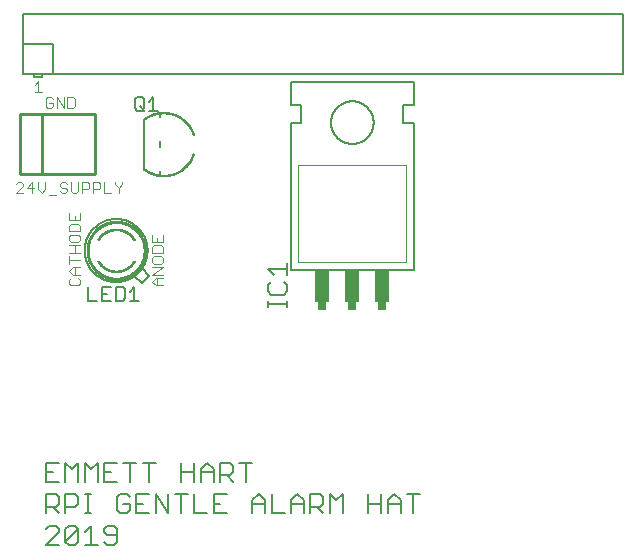
<source format=gbr>
G04 EAGLE Gerber RS-274X export*
G75*
%MOMM*%
%FSLAX34Y34*%
%LPD*%
%INSilkscreen Top*%
%IPPOS*%
%AMOC8*
5,1,8,0,0,1.08239X$1,22.5*%
G01*
%ADD10C,0.152400*%
%ADD11C,0.076200*%
%ADD12C,0.127000*%
%ADD13C,0.101600*%
%ADD14C,0.254000*%
%ADD15C,0.015238*%
%ADD16C,0.050800*%
%ADD17R,0.762000X0.635000*%
%ADD18R,1.270000X2.794000*%
%ADD19C,0.177800*%


D10*
X101609Y170372D02*
X90762Y170372D01*
X90762Y154102D01*
X101609Y154102D01*
X96185Y162237D02*
X90762Y162237D01*
X107134Y154102D02*
X107134Y170372D01*
X112557Y164949D01*
X117980Y170372D01*
X117980Y154102D01*
X123505Y154102D02*
X123505Y170372D01*
X128928Y164949D01*
X134352Y170372D01*
X134352Y154102D01*
X139877Y170372D02*
X150723Y170372D01*
X139877Y170372D02*
X139877Y154102D01*
X150723Y154102D01*
X145300Y162237D02*
X139877Y162237D01*
X161672Y154102D02*
X161672Y170372D01*
X167095Y170372D02*
X156248Y170372D01*
X178043Y170372D02*
X178043Y154102D01*
X172620Y170372D02*
X183466Y170372D01*
X205363Y170372D02*
X205363Y154102D01*
X205363Y162237D02*
X216210Y162237D01*
X216210Y170372D02*
X216210Y154102D01*
X221735Y154102D02*
X221735Y164949D01*
X227158Y170372D01*
X232581Y164949D01*
X232581Y154102D01*
X232581Y162237D02*
X221735Y162237D01*
X238106Y154102D02*
X238106Y170372D01*
X246241Y170372D01*
X248953Y167660D01*
X248953Y162237D01*
X246241Y159525D01*
X238106Y159525D01*
X243529Y159525D02*
X248953Y154102D01*
X259901Y154102D02*
X259901Y170372D01*
X254478Y170372D02*
X265324Y170372D01*
X90762Y143702D02*
X90762Y127432D01*
X90762Y143702D02*
X98897Y143702D01*
X101609Y140990D01*
X101609Y135567D01*
X98897Y132855D01*
X90762Y132855D01*
X96185Y132855D02*
X101609Y127432D01*
X107134Y127432D02*
X107134Y143702D01*
X115269Y143702D01*
X117980Y140990D01*
X117980Y135567D01*
X115269Y132855D01*
X107134Y132855D01*
X123505Y127432D02*
X128928Y127432D01*
X126217Y127432D02*
X126217Y143702D01*
X128928Y143702D02*
X123505Y143702D01*
X158926Y143702D02*
X161638Y140990D01*
X158926Y143702D02*
X153503Y143702D01*
X150791Y140990D01*
X150791Y130144D01*
X153503Y127432D01*
X158926Y127432D01*
X161638Y130144D01*
X161638Y135567D01*
X156214Y135567D01*
X167163Y143702D02*
X178009Y143702D01*
X167163Y143702D02*
X167163Y127432D01*
X178009Y127432D01*
X172586Y135567D02*
X167163Y135567D01*
X183534Y127432D02*
X183534Y143702D01*
X194381Y127432D01*
X194381Y143702D01*
X205329Y143702D02*
X205329Y127432D01*
X199906Y143702D02*
X210752Y143702D01*
X216277Y143702D02*
X216277Y127432D01*
X227124Y127432D01*
X232649Y143702D02*
X243495Y143702D01*
X232649Y143702D02*
X232649Y127432D01*
X243495Y127432D01*
X238072Y135567D02*
X232649Y135567D01*
X265392Y138279D02*
X265392Y127432D01*
X265392Y138279D02*
X270815Y143702D01*
X276239Y138279D01*
X276239Y127432D01*
X276239Y135567D02*
X265392Y135567D01*
X281764Y143702D02*
X281764Y127432D01*
X292610Y127432D01*
X298135Y127432D02*
X298135Y138279D01*
X303558Y143702D01*
X308982Y138279D01*
X308982Y127432D01*
X308982Y135567D02*
X298135Y135567D01*
X314507Y127432D02*
X314507Y143702D01*
X322642Y143702D01*
X325353Y140990D01*
X325353Y135567D01*
X322642Y132855D01*
X314507Y132855D01*
X319930Y132855D02*
X325353Y127432D01*
X330878Y127432D02*
X330878Y143702D01*
X336302Y138279D01*
X341725Y143702D01*
X341725Y127432D01*
X363621Y127432D02*
X363621Y143702D01*
X363621Y135567D02*
X374468Y135567D01*
X374468Y143702D02*
X374468Y127432D01*
X379993Y127432D02*
X379993Y138279D01*
X385416Y143702D01*
X390840Y138279D01*
X390840Y127432D01*
X390840Y135567D02*
X379993Y135567D01*
X401788Y127432D02*
X401788Y143702D01*
X396365Y143702D02*
X407211Y143702D01*
X101609Y100762D02*
X90762Y100762D01*
X101609Y111609D01*
X101609Y114320D01*
X98897Y117032D01*
X93474Y117032D01*
X90762Y114320D01*
X107134Y114320D02*
X107134Y103474D01*
X107134Y114320D02*
X109845Y117032D01*
X115269Y117032D01*
X117980Y114320D01*
X117980Y103474D01*
X115269Y100762D01*
X109845Y100762D01*
X107134Y103474D01*
X117980Y114320D01*
X123505Y111609D02*
X128928Y117032D01*
X128928Y100762D01*
X123505Y100762D02*
X134352Y100762D01*
X139877Y103474D02*
X142588Y100762D01*
X148012Y100762D01*
X150723Y103474D01*
X150723Y114320D01*
X148012Y117032D01*
X142588Y117032D01*
X139877Y114320D01*
X139877Y111609D01*
X142588Y108897D01*
X150723Y108897D01*
D11*
X96545Y478086D02*
X95004Y479627D01*
X91922Y479627D01*
X90381Y478086D01*
X90381Y471922D01*
X91922Y470381D01*
X95004Y470381D01*
X96545Y471922D01*
X96545Y475004D01*
X93463Y475004D01*
X99589Y470381D02*
X99589Y479627D01*
X105753Y470381D01*
X105753Y479627D01*
X108797Y479627D02*
X108797Y470381D01*
X113420Y470381D01*
X114961Y471922D01*
X114961Y478086D01*
X113420Y479627D01*
X108797Y479627D01*
X183455Y320381D02*
X189619Y320381D01*
X183455Y320381D02*
X180373Y323463D01*
X183455Y326545D01*
X189619Y326545D01*
X184996Y326545D02*
X184996Y320381D01*
X189619Y329589D02*
X180373Y329589D01*
X189619Y335753D01*
X180373Y335753D01*
X180373Y340338D02*
X180373Y343420D01*
X180373Y340338D02*
X181914Y338797D01*
X188078Y338797D01*
X189619Y340338D01*
X189619Y343420D01*
X188078Y344961D01*
X181914Y344961D01*
X180373Y343420D01*
X180373Y348005D02*
X189619Y348005D01*
X189619Y352627D01*
X188078Y354168D01*
X181914Y354168D01*
X180373Y352627D01*
X180373Y348005D01*
X180373Y357212D02*
X180373Y363376D01*
X180373Y357212D02*
X189619Y357212D01*
X189619Y363376D01*
X184996Y360294D02*
X184996Y357212D01*
X111914Y326545D02*
X110373Y325004D01*
X110373Y321922D01*
X111914Y320381D01*
X118078Y320381D01*
X119619Y321922D01*
X119619Y325004D01*
X118078Y326545D01*
X119619Y329589D02*
X113455Y329589D01*
X110373Y332671D01*
X113455Y335753D01*
X119619Y335753D01*
X114996Y335753D02*
X114996Y329589D01*
X119619Y341879D02*
X110373Y341879D01*
X110373Y338797D02*
X110373Y344961D01*
X110373Y348005D02*
X119619Y348005D01*
X114996Y348005D02*
X114996Y354168D01*
X110373Y354168D02*
X119619Y354168D01*
X110373Y358753D02*
X110373Y361835D01*
X110373Y358753D02*
X111914Y357212D01*
X118078Y357212D01*
X119619Y358753D01*
X119619Y361835D01*
X118078Y363376D01*
X111914Y363376D01*
X110373Y361835D01*
X110373Y366420D02*
X119619Y366420D01*
X119619Y371043D01*
X118078Y372584D01*
X111914Y372584D01*
X110373Y371043D01*
X110373Y366420D01*
X110373Y375628D02*
X110373Y381792D01*
X110373Y375628D02*
X119619Y375628D01*
X119619Y381792D01*
X114996Y378710D02*
X114996Y375628D01*
D12*
X71000Y525000D02*
X71000Y550400D01*
X71000Y525000D02*
X71000Y499600D01*
X80525Y499600D01*
X86875Y499600D01*
X96400Y499600D01*
X579000Y499600D01*
X579000Y550400D01*
X71000Y550400D01*
X71000Y525000D02*
X96400Y525000D01*
X96400Y499600D01*
X80525Y499600D02*
X80525Y496425D01*
X86875Y496425D01*
X86875Y499600D01*
D13*
X84084Y493385D02*
X81033Y490334D01*
X84084Y493385D02*
X84084Y484233D01*
X87134Y484233D02*
X81033Y484233D01*
D14*
X68250Y465400D02*
X68250Y414600D01*
X68250Y465400D02*
X87300Y465400D01*
X131750Y465400D01*
X131750Y414600D01*
X87300Y414600D01*
X68250Y414600D01*
X87300Y414600D02*
X87300Y465400D01*
D13*
X71209Y398608D02*
X65108Y398608D01*
X71209Y404709D01*
X71209Y406235D01*
X69684Y407760D01*
X66633Y407760D01*
X65108Y406235D01*
X79039Y407760D02*
X79039Y398608D01*
X74463Y403184D02*
X79039Y407760D01*
X80564Y403184D02*
X74463Y403184D01*
X83818Y401659D02*
X83818Y407760D01*
X83818Y401659D02*
X86869Y398608D01*
X89920Y401659D01*
X89920Y407760D01*
X93174Y397083D02*
X99275Y397083D01*
X108630Y406235D02*
X107105Y407760D01*
X104054Y407760D01*
X102529Y406235D01*
X102529Y404709D01*
X104054Y403184D01*
X107105Y403184D01*
X108630Y401659D01*
X108630Y400133D01*
X107105Y398608D01*
X104054Y398608D01*
X102529Y400133D01*
X111884Y400133D02*
X111884Y407760D01*
X111884Y400133D02*
X113409Y398608D01*
X116460Y398608D01*
X117985Y400133D01*
X117985Y407760D01*
X121239Y407760D02*
X121239Y398608D01*
X121239Y407760D02*
X125815Y407760D01*
X127340Y406235D01*
X127340Y403184D01*
X125815Y401659D01*
X121239Y401659D01*
X130594Y398608D02*
X130594Y407760D01*
X135170Y407760D01*
X136696Y406235D01*
X136696Y403184D01*
X135170Y401659D01*
X130594Y401659D01*
X139950Y398608D02*
X139950Y407760D01*
X139950Y398608D02*
X146051Y398608D01*
X149305Y406235D02*
X149305Y407760D01*
X149305Y406235D02*
X152355Y403184D01*
X155406Y406235D01*
X155406Y407760D01*
X152355Y403184D02*
X152355Y398608D01*
D15*
X216117Y448137D02*
X214806Y447733D01*
X214807Y447733D02*
X214610Y448338D01*
X214399Y448938D01*
X214173Y449532D01*
X213932Y450120D01*
X213677Y450703D01*
X213408Y451279D01*
X213125Y451849D01*
X212828Y452411D01*
X212518Y452966D01*
X212194Y453513D01*
X211857Y454052D01*
X211506Y454582D01*
X211143Y455104D01*
X210767Y455617D01*
X210379Y456121D01*
X209978Y456614D01*
X209566Y457098D01*
X209142Y457572D01*
X208706Y458035D01*
X208259Y458487D01*
X207801Y458928D01*
X207333Y459358D01*
X206854Y459777D01*
X206365Y460183D01*
X205866Y460577D01*
X205358Y460960D01*
X204840Y461329D01*
X204314Y461686D01*
X203779Y462030D01*
X203236Y462360D01*
X202685Y462677D01*
X202126Y462981D01*
X201560Y463271D01*
X200988Y463547D01*
X200408Y463808D01*
X199822Y464056D01*
X199231Y464289D01*
X198634Y464508D01*
X198032Y464712D01*
X197425Y464901D01*
X196813Y465075D01*
X196197Y465234D01*
X195578Y465378D01*
X194955Y465507D01*
X194330Y465621D01*
X193702Y465719D01*
X193071Y465802D01*
X192439Y465869D01*
X191805Y465921D01*
X191171Y465958D01*
X190535Y465978D01*
X189899Y465984D01*
X189263Y465974D01*
X188628Y465948D01*
X187994Y465906D01*
X187360Y465850D01*
X186729Y465777D01*
X186099Y465689D01*
X185472Y465586D01*
X184847Y465468D01*
X184225Y465334D01*
X183607Y465185D01*
X182993Y465021D01*
X182383Y464842D01*
X181777Y464649D01*
X181176Y464440D01*
X180581Y464217D01*
X179991Y463979D01*
X179408Y463727D01*
X178830Y463461D01*
X178259Y463180D01*
X177696Y462886D01*
X177140Y462578D01*
X176591Y462257D01*
X176050Y461922D01*
X175518Y461574D01*
X174995Y461213D01*
X174480Y460840D01*
X173975Y460454D01*
X173126Y461531D01*
X173125Y461531D01*
X173657Y461938D01*
X174199Y462331D01*
X174750Y462711D01*
X175311Y463078D01*
X175880Y463430D01*
X176458Y463769D01*
X177043Y464093D01*
X177637Y464403D01*
X178238Y464698D01*
X178846Y464979D01*
X179460Y465244D01*
X180081Y465494D01*
X180708Y465730D01*
X181340Y465949D01*
X181978Y466153D01*
X182620Y466342D01*
X183267Y466515D01*
X183918Y466671D01*
X184573Y466812D01*
X185230Y466937D01*
X185891Y467046D01*
X186554Y467138D01*
X187219Y467214D01*
X187886Y467274D01*
X188554Y467318D01*
X189223Y467345D01*
X189893Y467356D01*
X190562Y467350D01*
X191231Y467328D01*
X191900Y467290D01*
X192567Y467235D01*
X193233Y467164D01*
X193897Y467077D01*
X194558Y466974D01*
X195217Y466854D01*
X195872Y466718D01*
X196524Y466567D01*
X197173Y466399D01*
X197816Y466216D01*
X198456Y466016D01*
X199090Y465802D01*
X199719Y465571D01*
X200341Y465326D01*
X200958Y465065D01*
X201568Y464790D01*
X202171Y464499D01*
X202767Y464194D01*
X203356Y463874D01*
X203936Y463540D01*
X204508Y463192D01*
X205071Y462830D01*
X205625Y462455D01*
X206170Y462065D01*
X206705Y461663D01*
X207230Y461248D01*
X207745Y460820D01*
X208249Y460379D01*
X208742Y459927D01*
X209225Y459462D01*
X209695Y458986D01*
X210154Y458498D01*
X210600Y457999D01*
X211035Y457490D01*
X211456Y456970D01*
X211865Y456440D01*
X212261Y455900D01*
X212643Y455350D01*
X213012Y454791D01*
X213367Y454224D01*
X213709Y453648D01*
X214035Y453063D01*
X214348Y452471D01*
X214646Y451872D01*
X214929Y451265D01*
X215197Y450652D01*
X215450Y450032D01*
X215688Y449406D01*
X215911Y448774D01*
X216118Y448138D01*
X215981Y448096D01*
X215775Y448729D01*
X215554Y449357D01*
X215317Y449980D01*
X215065Y450596D01*
X214798Y451206D01*
X214517Y451810D01*
X214220Y452406D01*
X213910Y452995D01*
X213584Y453577D01*
X213245Y454150D01*
X212892Y454714D01*
X212525Y455270D01*
X212145Y455817D01*
X211751Y456354D01*
X211344Y456881D01*
X210925Y457399D01*
X210493Y457905D01*
X210048Y458401D01*
X209592Y458887D01*
X209124Y459360D01*
X208644Y459823D01*
X208154Y460273D01*
X207652Y460711D01*
X207140Y461137D01*
X206618Y461550D01*
X206085Y461950D01*
X205543Y462337D01*
X204992Y462711D01*
X204432Y463071D01*
X203863Y463417D01*
X203286Y463749D01*
X202700Y464068D01*
X202108Y464371D01*
X201508Y464660D01*
X200901Y464934D01*
X200287Y465194D01*
X199668Y465438D01*
X199042Y465667D01*
X198411Y465880D01*
X197776Y466078D01*
X197135Y466261D01*
X196490Y466428D01*
X195842Y466579D01*
X195189Y466714D01*
X194534Y466833D01*
X193876Y466936D01*
X193216Y467022D01*
X192554Y467093D01*
X191890Y467147D01*
X191225Y467185D01*
X190559Y467207D01*
X189893Y467213D01*
X189227Y467202D01*
X188562Y467175D01*
X187897Y467132D01*
X187234Y467072D01*
X186572Y466996D01*
X185913Y466904D01*
X185256Y466796D01*
X184601Y466672D01*
X183950Y466532D01*
X183303Y466376D01*
X182659Y466204D01*
X182020Y466017D01*
X181386Y465814D01*
X180757Y465595D01*
X180133Y465361D01*
X179516Y465112D01*
X178904Y464848D01*
X178299Y464569D01*
X177702Y464275D01*
X177111Y463967D01*
X176529Y463645D01*
X175954Y463308D01*
X175388Y462957D01*
X174830Y462593D01*
X174282Y462215D01*
X173743Y461823D01*
X173214Y461419D01*
X173302Y461307D01*
X173829Y461709D01*
X174365Y462098D01*
X174910Y462474D01*
X175465Y462837D01*
X176028Y463186D01*
X176600Y463521D01*
X177179Y463841D01*
X177767Y464148D01*
X178361Y464440D01*
X178963Y464718D01*
X179571Y464980D01*
X180185Y465228D01*
X180806Y465461D01*
X181431Y465678D01*
X182062Y465880D01*
X182698Y466067D01*
X183338Y466237D01*
X183982Y466393D01*
X184630Y466532D01*
X185281Y466655D01*
X185934Y466763D01*
X186591Y466854D01*
X187249Y466930D01*
X187909Y466989D01*
X188570Y467032D01*
X189232Y467059D01*
X189894Y467070D01*
X190556Y467064D01*
X191219Y467043D01*
X191880Y467005D01*
X192540Y466951D01*
X193199Y466880D01*
X193856Y466794D01*
X194510Y466692D01*
X195162Y466573D01*
X195811Y466439D01*
X196456Y466289D01*
X197098Y466123D01*
X197735Y465941D01*
X198367Y465744D01*
X198995Y465532D01*
X199617Y465304D01*
X200233Y465061D01*
X200843Y464803D01*
X201447Y464531D01*
X202044Y464243D01*
X202634Y463941D01*
X203216Y463625D01*
X203790Y463294D01*
X204356Y462950D01*
X204913Y462592D01*
X205462Y462220D01*
X206001Y461835D01*
X206530Y461437D01*
X207050Y461026D01*
X207559Y460602D01*
X208058Y460166D01*
X208546Y459719D01*
X209023Y459259D01*
X209489Y458787D01*
X209943Y458305D01*
X210385Y457811D01*
X210815Y457307D01*
X211232Y456793D01*
X211636Y456268D01*
X212028Y455734D01*
X212406Y455190D01*
X212771Y454637D01*
X213123Y454076D01*
X213460Y453505D01*
X213784Y452927D01*
X214093Y452341D01*
X214388Y451748D01*
X214668Y451148D01*
X214933Y450541D01*
X215184Y449928D01*
X215419Y449308D01*
X215639Y448683D01*
X215844Y448053D01*
X215708Y448011D01*
X215504Y448638D01*
X215285Y449259D01*
X215051Y449875D01*
X214802Y450485D01*
X214538Y451089D01*
X214259Y451686D01*
X213966Y452277D01*
X213658Y452859D01*
X213336Y453434D01*
X213001Y454001D01*
X212651Y454560D01*
X212288Y455110D01*
X211911Y455651D01*
X211522Y456182D01*
X211119Y456704D01*
X210704Y457216D01*
X210277Y457718D01*
X209837Y458208D01*
X209386Y458688D01*
X208923Y459157D01*
X208448Y459615D01*
X207963Y460060D01*
X207466Y460494D01*
X206960Y460915D01*
X206443Y461324D01*
X205916Y461720D01*
X205380Y462103D01*
X204834Y462472D01*
X204280Y462829D01*
X203717Y463171D01*
X203146Y463500D01*
X202567Y463815D01*
X201980Y464115D01*
X201387Y464401D01*
X200786Y464672D01*
X200179Y464929D01*
X199566Y465170D01*
X198947Y465397D01*
X198323Y465608D01*
X197694Y465804D01*
X197060Y465985D01*
X196422Y466150D01*
X195780Y466299D01*
X195135Y466433D01*
X194487Y466551D01*
X193836Y466652D01*
X193182Y466738D01*
X192527Y466808D01*
X191870Y466862D01*
X191212Y466900D01*
X190554Y466921D01*
X189895Y466927D01*
X189236Y466916D01*
X188577Y466889D01*
X187920Y466847D01*
X187263Y466788D01*
X186609Y466713D01*
X185956Y466622D01*
X185306Y466515D01*
X184658Y466392D01*
X184014Y466253D01*
X183374Y466099D01*
X182737Y465929D01*
X182105Y465743D01*
X181477Y465543D01*
X180854Y465326D01*
X180237Y465095D01*
X179626Y464849D01*
X179021Y464587D01*
X178423Y464311D01*
X177831Y464021D01*
X177247Y463716D01*
X176671Y463396D01*
X176102Y463063D01*
X175542Y462716D01*
X174990Y462356D01*
X174448Y461982D01*
X173915Y461595D01*
X173391Y461194D01*
X173480Y461082D01*
X174000Y461480D01*
X174531Y461865D01*
X175070Y462237D01*
X175619Y462596D01*
X176176Y462941D01*
X176742Y463272D01*
X177315Y463590D01*
X177896Y463893D01*
X178485Y464182D01*
X179080Y464457D01*
X179682Y464717D01*
X180290Y464962D01*
X180903Y465192D01*
X181522Y465407D01*
X182147Y465607D01*
X182776Y465791D01*
X183409Y465960D01*
X184046Y466114D01*
X184687Y466252D01*
X185331Y466374D01*
X185978Y466480D01*
X186627Y466571D01*
X187278Y466645D01*
X187931Y466704D01*
X188585Y466747D01*
X189240Y466773D01*
X189895Y466784D01*
X190551Y466778D01*
X191206Y466757D01*
X191860Y466719D01*
X192514Y466666D01*
X193165Y466596D01*
X193815Y466511D01*
X194463Y466410D01*
X195108Y466292D01*
X195750Y466160D01*
X196388Y466011D01*
X197023Y465847D01*
X197653Y465667D01*
X198279Y465472D01*
X198900Y465262D01*
X199515Y465037D01*
X200125Y464796D01*
X200729Y464541D01*
X201326Y464271D01*
X201917Y463987D01*
X202500Y463688D01*
X203076Y463375D01*
X203644Y463048D01*
X204204Y462707D01*
X204755Y462353D01*
X205298Y461985D01*
X205831Y461604D01*
X206355Y461211D01*
X206869Y460804D01*
X207373Y460385D01*
X207867Y459954D01*
X208350Y459510D01*
X208822Y459056D01*
X209283Y458589D01*
X209732Y458112D01*
X210169Y457624D01*
X210594Y457125D01*
X211007Y456616D01*
X211407Y456097D01*
X211795Y455568D01*
X212169Y455030D01*
X212531Y454483D01*
X212878Y453927D01*
X213212Y453363D01*
X213532Y452791D01*
X213838Y452212D01*
X214130Y451625D01*
X214407Y451031D01*
X214670Y450430D01*
X214918Y449823D01*
X215150Y449211D01*
X215368Y448592D01*
X215571Y447969D01*
X215434Y447927D01*
X215233Y448547D01*
X215016Y449162D01*
X214784Y449771D01*
X214538Y450375D01*
X214277Y450972D01*
X214001Y451563D01*
X213711Y452147D01*
X213406Y452723D01*
X213088Y453292D01*
X212756Y453853D01*
X212410Y454406D01*
X212051Y454950D01*
X211678Y455485D01*
X211293Y456011D01*
X210895Y456527D01*
X210484Y457034D01*
X210061Y457530D01*
X209626Y458015D01*
X209180Y458490D01*
X208721Y458954D01*
X208252Y459406D01*
X207772Y459847D01*
X207281Y460276D01*
X206779Y460693D01*
X206268Y461097D01*
X205747Y461489D01*
X205216Y461868D01*
X204677Y462234D01*
X204128Y462586D01*
X203571Y462925D01*
X203006Y463250D01*
X202433Y463562D01*
X201853Y463859D01*
X201266Y464142D01*
X200671Y464410D01*
X200071Y464664D01*
X199464Y464903D01*
X198852Y465127D01*
X198235Y465336D01*
X197612Y465530D01*
X196985Y465709D01*
X196354Y465872D01*
X195719Y466020D01*
X195081Y466152D01*
X194439Y466269D01*
X193795Y466369D01*
X193149Y466454D01*
X192500Y466523D01*
X191851Y466577D01*
X191200Y466614D01*
X190548Y466635D01*
X189896Y466641D01*
X189244Y466630D01*
X188593Y466604D01*
X187942Y466561D01*
X187293Y466503D01*
X186645Y466429D01*
X185999Y466339D01*
X185356Y466233D01*
X184716Y466112D01*
X184078Y465975D01*
X183444Y465822D01*
X182814Y465654D01*
X182189Y465470D01*
X181568Y465271D01*
X180952Y465057D01*
X180342Y464829D01*
X179737Y464585D01*
X179138Y464326D01*
X178546Y464053D01*
X177961Y463766D01*
X177383Y463464D01*
X176813Y463148D01*
X176250Y462819D01*
X175696Y462475D01*
X175150Y462119D01*
X174614Y461749D01*
X174086Y461366D01*
X173568Y460970D01*
X173657Y460858D01*
X174172Y461251D01*
X174697Y461632D01*
X175230Y462000D01*
X175773Y462355D01*
X176325Y462696D01*
X176884Y463024D01*
X177451Y463338D01*
X178026Y463638D01*
X178608Y463924D01*
X179197Y464196D01*
X179792Y464453D01*
X180394Y464695D01*
X181001Y464923D01*
X181613Y465136D01*
X182231Y465334D01*
X182853Y465516D01*
X183480Y465683D01*
X184110Y465835D01*
X184744Y465972D01*
X185381Y466092D01*
X186021Y466198D01*
X186663Y466287D01*
X187308Y466361D01*
X187953Y466419D01*
X188600Y466461D01*
X189248Y466487D01*
X189897Y466498D01*
X190545Y466492D01*
X191193Y466471D01*
X191841Y466434D01*
X192487Y466381D01*
X193132Y466312D01*
X193775Y466228D01*
X194415Y466128D01*
X195053Y466012D01*
X195688Y465880D01*
X196320Y465733D01*
X196948Y465571D01*
X197571Y465393D01*
X198190Y465200D01*
X198805Y464992D01*
X199414Y464770D01*
X200017Y464532D01*
X200614Y464279D01*
X201205Y464012D01*
X201789Y463731D01*
X202366Y463435D01*
X202936Y463126D01*
X203498Y462802D01*
X204052Y462465D01*
X204598Y462115D01*
X205134Y461751D01*
X205662Y461374D01*
X206180Y460984D01*
X206689Y460582D01*
X207188Y460167D01*
X207676Y459741D01*
X208154Y459302D01*
X208621Y458852D01*
X209076Y458391D01*
X209521Y457919D01*
X209953Y457436D01*
X210374Y456942D01*
X210783Y456439D01*
X211179Y455925D01*
X211562Y455402D01*
X211932Y454870D01*
X212290Y454329D01*
X212634Y453779D01*
X212964Y453221D01*
X213281Y452655D01*
X213583Y452082D01*
X213872Y451501D01*
X214146Y450914D01*
X214406Y450319D01*
X214651Y449719D01*
X214882Y449113D01*
X215097Y448501D01*
X215298Y447885D01*
X215161Y447843D01*
X214962Y448456D01*
X214747Y449064D01*
X214518Y449667D01*
X214274Y450264D01*
X214016Y450855D01*
X213743Y451439D01*
X213456Y452017D01*
X213155Y452587D01*
X212840Y453150D01*
X212511Y453705D01*
X212169Y454252D01*
X211814Y454790D01*
X211445Y455319D01*
X211064Y455839D01*
X210670Y456350D01*
X210264Y456851D01*
X209846Y457342D01*
X209415Y457822D01*
X208973Y458292D01*
X208520Y458751D01*
X208056Y459198D01*
X207581Y459634D01*
X207095Y460059D01*
X206599Y460471D01*
X206093Y460871D01*
X205577Y461259D01*
X205053Y461633D01*
X204519Y461995D01*
X203976Y462344D01*
X203425Y462679D01*
X202866Y463001D01*
X202300Y463309D01*
X201726Y463603D01*
X201145Y463883D01*
X200557Y464148D01*
X199963Y464399D01*
X199363Y464636D01*
X198757Y464858D01*
X198146Y465064D01*
X197530Y465256D01*
X196910Y465433D01*
X196286Y465594D01*
X195658Y465741D01*
X195026Y465871D01*
X194392Y465987D01*
X193754Y466086D01*
X193115Y466170D01*
X192474Y466239D01*
X191831Y466291D01*
X191187Y466328D01*
X190542Y466349D01*
X189897Y466355D01*
X189253Y466344D01*
X188608Y466318D01*
X187965Y466276D01*
X187322Y466219D01*
X186682Y466145D01*
X186043Y466056D01*
X185406Y465952D01*
X184773Y465831D01*
X184142Y465696D01*
X183515Y465545D01*
X182892Y465378D01*
X182273Y465197D01*
X181659Y465000D01*
X181050Y464789D01*
X180446Y464562D01*
X179848Y464321D01*
X179256Y464065D01*
X178670Y463795D01*
X178091Y463511D01*
X177519Y463212D01*
X176955Y462900D01*
X176399Y462574D01*
X175850Y462235D01*
X175311Y461882D01*
X174779Y461516D01*
X174258Y461137D01*
X173745Y460745D01*
X173834Y460633D01*
X174343Y461022D01*
X174862Y461399D01*
X175391Y461763D01*
X175927Y462114D01*
X176473Y462452D01*
X177026Y462776D01*
X177587Y463087D01*
X178156Y463384D01*
X178732Y463666D01*
X179314Y463935D01*
X179903Y464189D01*
X180498Y464429D01*
X181099Y464654D01*
X181704Y464865D01*
X182315Y465060D01*
X182931Y465241D01*
X183551Y465406D01*
X184174Y465556D01*
X184801Y465691D01*
X185431Y465811D01*
X186064Y465915D01*
X186700Y466003D01*
X187337Y466076D01*
X187976Y466134D01*
X188616Y466175D01*
X189257Y466201D01*
X189898Y466212D01*
X190540Y466206D01*
X191181Y466185D01*
X191821Y466149D01*
X192460Y466096D01*
X193098Y466028D01*
X193734Y465945D01*
X194368Y465846D01*
X194999Y465731D01*
X195627Y465601D01*
X196252Y465456D01*
X196873Y465295D01*
X197490Y465119D01*
X198102Y464928D01*
X198710Y464723D01*
X199312Y464502D01*
X199909Y464267D01*
X200500Y464017D01*
X201084Y463753D01*
X201662Y463475D01*
X202233Y463182D01*
X202796Y462876D01*
X203352Y462556D01*
X203900Y462223D01*
X204440Y461876D01*
X204971Y461516D01*
X205493Y461143D01*
X206006Y460758D01*
X206509Y460360D01*
X207002Y459950D01*
X207485Y459528D01*
X207958Y459094D01*
X208419Y458649D01*
X208870Y458193D01*
X209310Y457726D01*
X209738Y457248D01*
X210154Y456760D01*
X210558Y456262D01*
X210950Y455754D01*
X211329Y455236D01*
X211695Y454710D01*
X212049Y454175D01*
X212389Y453631D01*
X212716Y453079D01*
X213029Y452519D01*
X213328Y451952D01*
X213614Y451378D01*
X213885Y450796D01*
X214142Y450209D01*
X214385Y449615D01*
X214613Y449015D01*
X214826Y448410D01*
X215024Y447800D01*
X214888Y447758D01*
X214691Y448365D01*
X214478Y448967D01*
X214252Y449563D01*
X214010Y450153D01*
X213755Y450738D01*
X213485Y451316D01*
X213201Y451887D01*
X212903Y452451D01*
X212592Y453008D01*
X212267Y453557D01*
X211928Y454098D01*
X211577Y454630D01*
X211212Y455154D01*
X210835Y455668D01*
X210446Y456173D01*
X210044Y456669D01*
X209630Y457154D01*
X209204Y457629D01*
X208767Y458094D01*
X208319Y458548D01*
X207860Y458990D01*
X207389Y459422D01*
X206909Y459841D01*
X206419Y460249D01*
X205918Y460645D01*
X205408Y461028D01*
X204889Y461399D01*
X204361Y461757D01*
X203824Y462102D01*
X203279Y462433D01*
X202727Y462751D01*
X202166Y463056D01*
X201598Y463347D01*
X201024Y463624D01*
X200442Y463886D01*
X199855Y464135D01*
X199261Y464369D01*
X198662Y464588D01*
X198058Y464792D01*
X197449Y464982D01*
X196835Y465157D01*
X196218Y465317D01*
X195596Y465461D01*
X194972Y465591D01*
X194344Y465705D01*
X193714Y465803D01*
X193081Y465886D01*
X192447Y465954D01*
X191811Y466006D01*
X191174Y466043D01*
X190537Y466063D01*
X189899Y466069D01*
X189261Y466059D01*
X188624Y466033D01*
X187987Y465991D01*
X187352Y465934D01*
X186718Y465862D01*
X186086Y465774D01*
X185457Y465670D01*
X184830Y465551D01*
X184206Y465417D01*
X183586Y465268D01*
X182970Y465103D01*
X182358Y464924D01*
X181750Y464729D01*
X181147Y464520D01*
X180550Y464296D01*
X179958Y464057D01*
X179373Y463805D01*
X178793Y463537D01*
X178221Y463256D01*
X177655Y462961D01*
X177097Y462652D01*
X176547Y462329D01*
X176005Y461994D01*
X175471Y461645D01*
X174945Y461283D01*
X174429Y460908D01*
X173922Y460521D01*
X173125Y418469D02*
X173975Y419547D01*
X173974Y419546D02*
X174480Y419160D01*
X174994Y418787D01*
X175518Y418426D01*
X176050Y418078D01*
X176590Y417743D01*
X177139Y417422D01*
X177695Y417114D01*
X178259Y416820D01*
X178830Y416540D01*
X179407Y416273D01*
X179991Y416021D01*
X180581Y415783D01*
X181176Y415560D01*
X181777Y415352D01*
X182382Y415158D01*
X182992Y414979D01*
X183607Y414815D01*
X184225Y414666D01*
X184846Y414532D01*
X185471Y414414D01*
X186099Y414311D01*
X186728Y414223D01*
X187360Y414150D01*
X187993Y414094D01*
X188628Y414052D01*
X189263Y414026D01*
X189899Y414016D01*
X190535Y414022D01*
X191170Y414042D01*
X191805Y414079D01*
X192439Y414131D01*
X193071Y414198D01*
X193701Y414281D01*
X194329Y414379D01*
X194955Y414493D01*
X195578Y414622D01*
X196197Y414766D01*
X196813Y414925D01*
X197424Y415099D01*
X198031Y415288D01*
X198633Y415492D01*
X199231Y415711D01*
X199822Y415944D01*
X200408Y416191D01*
X200987Y416453D01*
X201560Y416729D01*
X202126Y417019D01*
X202685Y417323D01*
X203236Y417640D01*
X203779Y417970D01*
X204314Y418314D01*
X204840Y418671D01*
X205358Y419040D01*
X205866Y419422D01*
X206365Y419817D01*
X206854Y420223D01*
X207332Y420641D01*
X207801Y421071D01*
X208259Y421513D01*
X208706Y421965D01*
X209141Y422428D01*
X209566Y422902D01*
X209978Y423385D01*
X210379Y423879D01*
X210767Y424383D01*
X211143Y424896D01*
X211506Y425417D01*
X211857Y425948D01*
X212194Y426487D01*
X212518Y427034D01*
X212828Y427589D01*
X213125Y428151D01*
X213408Y428721D01*
X213677Y429297D01*
X213932Y429879D01*
X214172Y430468D01*
X214398Y431062D01*
X214610Y431662D01*
X214806Y432267D01*
X216117Y431863D01*
X216118Y431862D01*
X215911Y431225D01*
X215688Y430594D01*
X215450Y429968D01*
X215197Y429348D01*
X214929Y428735D01*
X214646Y428128D01*
X214348Y427529D01*
X214035Y426936D01*
X213708Y426352D01*
X213367Y425776D01*
X213012Y425208D01*
X212643Y424650D01*
X212261Y424100D01*
X211865Y423560D01*
X211456Y423030D01*
X211035Y422510D01*
X210600Y422000D01*
X210154Y421502D01*
X209695Y421014D01*
X209224Y420538D01*
X208742Y420073D01*
X208249Y419620D01*
X207745Y419180D01*
X207230Y418752D01*
X206705Y418337D01*
X206170Y417934D01*
X205625Y417545D01*
X205071Y417170D01*
X204507Y416808D01*
X203935Y416460D01*
X203355Y416126D01*
X202767Y415806D01*
X202171Y415501D01*
X201568Y415210D01*
X200958Y414935D01*
X200341Y414674D01*
X199718Y414428D01*
X199089Y414198D01*
X198455Y413983D01*
X197816Y413784D01*
X197172Y413601D01*
X196524Y413433D01*
X195872Y413282D01*
X195216Y413146D01*
X194558Y413026D01*
X193896Y412923D01*
X193232Y412836D01*
X192567Y412765D01*
X191899Y412710D01*
X191231Y412672D01*
X190562Y412650D01*
X189892Y412644D01*
X189223Y412655D01*
X188554Y412682D01*
X187886Y412726D01*
X187219Y412786D01*
X186554Y412862D01*
X185891Y412954D01*
X185230Y413063D01*
X184572Y413188D01*
X183918Y413329D01*
X183267Y413486D01*
X182620Y413658D01*
X181978Y413847D01*
X181340Y414051D01*
X180707Y414271D01*
X180081Y414506D01*
X179460Y414756D01*
X178845Y415022D01*
X178237Y415302D01*
X177636Y415597D01*
X177043Y415907D01*
X176457Y416232D01*
X175879Y416570D01*
X175310Y416923D01*
X174750Y417289D01*
X174199Y417669D01*
X173657Y418062D01*
X173125Y418469D01*
X173214Y418581D01*
X173743Y418177D01*
X174282Y417786D01*
X174830Y417408D01*
X175387Y417043D01*
X175954Y416692D01*
X176528Y416356D01*
X177111Y416033D01*
X177701Y415725D01*
X178299Y415431D01*
X178904Y415152D01*
X179515Y414888D01*
X180133Y414639D01*
X180756Y414405D01*
X181385Y414187D01*
X182020Y413983D01*
X182659Y413796D01*
X183302Y413624D01*
X183950Y413468D01*
X184601Y413328D01*
X185255Y413204D01*
X185912Y413096D01*
X186572Y413004D01*
X187234Y412928D01*
X187897Y412868D01*
X188562Y412825D01*
X189227Y412798D01*
X189893Y412787D01*
X190559Y412793D01*
X191225Y412815D01*
X191889Y412853D01*
X192553Y412907D01*
X193215Y412978D01*
X193876Y413064D01*
X194534Y413167D01*
X195189Y413286D01*
X195841Y413421D01*
X196490Y413572D01*
X197135Y413739D01*
X197775Y413921D01*
X198411Y414119D01*
X199042Y414333D01*
X199667Y414562D01*
X200287Y414806D01*
X200900Y415066D01*
X201507Y415340D01*
X202107Y415629D01*
X202700Y415932D01*
X203285Y416250D01*
X203863Y416583D01*
X204431Y416929D01*
X204992Y417289D01*
X205543Y417663D01*
X206085Y418050D01*
X206617Y418450D01*
X207140Y418863D01*
X207652Y419289D01*
X208153Y419727D01*
X208644Y420177D01*
X209124Y420639D01*
X209592Y421113D01*
X210048Y421598D01*
X210492Y422094D01*
X210924Y422601D01*
X211344Y423119D01*
X211751Y423646D01*
X212144Y424183D01*
X212525Y424730D01*
X212892Y425286D01*
X213245Y425850D01*
X213584Y426423D01*
X213909Y427004D01*
X214220Y427593D01*
X214517Y428190D01*
X214798Y428793D01*
X215065Y429404D01*
X215317Y430020D01*
X215554Y430643D01*
X215775Y431271D01*
X215981Y431904D01*
X215844Y431946D01*
X215639Y431316D01*
X215419Y430691D01*
X215184Y430072D01*
X214933Y429459D01*
X214668Y428852D01*
X214388Y428252D01*
X214093Y427658D01*
X213784Y427072D01*
X213460Y426494D01*
X213123Y425924D01*
X212771Y425363D01*
X212406Y424810D01*
X212028Y424266D01*
X211636Y423732D01*
X211232Y423207D01*
X210814Y422692D01*
X210385Y422188D01*
X209943Y421695D01*
X209489Y421212D01*
X209023Y420741D01*
X208546Y420281D01*
X208058Y419833D01*
X207559Y419397D01*
X207050Y418974D01*
X206530Y418563D01*
X206000Y418165D01*
X205461Y417780D01*
X204913Y417408D01*
X204356Y417050D01*
X203790Y416706D01*
X203215Y416375D01*
X202633Y416059D01*
X202044Y415757D01*
X201447Y415469D01*
X200843Y415197D01*
X200233Y414939D01*
X199617Y414696D01*
X198994Y414468D01*
X198367Y414255D01*
X197734Y414058D01*
X197097Y413877D01*
X196456Y413711D01*
X195811Y413561D01*
X195162Y413427D01*
X194510Y413308D01*
X193855Y413206D01*
X193199Y413120D01*
X192540Y413049D01*
X191880Y412995D01*
X191218Y412957D01*
X190556Y412936D01*
X189894Y412930D01*
X189231Y412941D01*
X188569Y412968D01*
X187908Y413011D01*
X187248Y413070D01*
X186590Y413146D01*
X185934Y413237D01*
X185280Y413345D01*
X184629Y413468D01*
X183982Y413607D01*
X183338Y413763D01*
X182698Y413934D01*
X182062Y414120D01*
X181431Y414322D01*
X180805Y414539D01*
X180185Y414772D01*
X179570Y415020D01*
X178962Y415283D01*
X178361Y415560D01*
X177766Y415852D01*
X177179Y416159D01*
X176599Y416480D01*
X176028Y416815D01*
X175464Y417164D01*
X174910Y417526D01*
X174365Y417902D01*
X173828Y418291D01*
X173302Y418694D01*
X173391Y418806D01*
X173914Y418406D01*
X174447Y418019D01*
X174990Y417645D01*
X175542Y417284D01*
X176102Y416937D01*
X176670Y416604D01*
X177247Y416285D01*
X177831Y415980D01*
X178422Y415689D01*
X179021Y415413D01*
X179626Y415152D01*
X180237Y414905D01*
X180854Y414674D01*
X181476Y414458D01*
X182104Y414257D01*
X182736Y414071D01*
X183373Y413901D01*
X184014Y413747D01*
X184658Y413608D01*
X185305Y413485D01*
X185956Y413378D01*
X186608Y413287D01*
X187263Y413212D01*
X187919Y413154D01*
X188577Y413111D01*
X189235Y413084D01*
X189894Y413073D01*
X190553Y413079D01*
X191212Y413100D01*
X191870Y413138D01*
X192527Y413192D01*
X193182Y413262D01*
X193835Y413348D01*
X194486Y413449D01*
X195135Y413567D01*
X195780Y413701D01*
X196422Y413850D01*
X197060Y414015D01*
X197694Y414195D01*
X198323Y414391D01*
X198947Y414603D01*
X199566Y414829D01*
X200179Y415071D01*
X200786Y415328D01*
X201386Y415599D01*
X201980Y415885D01*
X202567Y416185D01*
X203146Y416500D01*
X203717Y416829D01*
X204280Y417171D01*
X204834Y417527D01*
X205379Y417897D01*
X205916Y418280D01*
X206442Y418676D01*
X206959Y419085D01*
X207466Y419506D01*
X207962Y419940D01*
X208448Y420385D01*
X208922Y420843D01*
X209386Y421311D01*
X209837Y421791D01*
X210277Y422282D01*
X210704Y422784D01*
X211119Y423296D01*
X211522Y423817D01*
X211911Y424349D01*
X212288Y424890D01*
X212651Y425440D01*
X213000Y425998D01*
X213336Y426565D01*
X213658Y427140D01*
X213965Y427723D01*
X214259Y428313D01*
X214537Y428911D01*
X214801Y429514D01*
X215051Y430124D01*
X215285Y430740D01*
X215504Y431362D01*
X215708Y431989D01*
X215571Y432031D01*
X215368Y431407D01*
X215150Y430789D01*
X214917Y430176D01*
X214670Y429570D01*
X214407Y428969D01*
X214130Y428375D01*
X213838Y427788D01*
X213532Y427208D01*
X213212Y426636D01*
X212878Y426072D01*
X212530Y425517D01*
X212169Y424970D01*
X211795Y424432D01*
X211407Y423903D01*
X211007Y423384D01*
X210594Y422875D01*
X210169Y422376D01*
X209732Y421888D01*
X209282Y421410D01*
X208822Y420944D01*
X208350Y420489D01*
X207867Y420046D01*
X207373Y419615D01*
X206869Y419196D01*
X206355Y418789D01*
X205831Y418395D01*
X205298Y418014D01*
X204755Y417647D01*
X204204Y417292D01*
X203644Y416952D01*
X203076Y416625D01*
X202500Y416312D01*
X201916Y416013D01*
X201326Y415728D01*
X200728Y415459D01*
X200125Y415203D01*
X199515Y414963D01*
X198899Y414738D01*
X198278Y414527D01*
X197653Y414333D01*
X197022Y414153D01*
X196388Y413989D01*
X195749Y413840D01*
X195107Y413707D01*
X194462Y413590D01*
X193815Y413489D01*
X193165Y413404D01*
X192513Y413334D01*
X191860Y413281D01*
X191206Y413243D01*
X190550Y413222D01*
X189895Y413216D01*
X189240Y413227D01*
X188585Y413253D01*
X187931Y413296D01*
X187278Y413355D01*
X186627Y413429D01*
X185977Y413520D01*
X185331Y413626D01*
X184687Y413748D01*
X184046Y413886D01*
X183408Y414040D01*
X182775Y414209D01*
X182146Y414393D01*
X181522Y414593D01*
X180903Y414808D01*
X180289Y415038D01*
X179681Y415284D01*
X179079Y415543D01*
X178484Y415818D01*
X177896Y416107D01*
X177315Y416410D01*
X176741Y416728D01*
X176176Y417059D01*
X175619Y417404D01*
X175070Y417763D01*
X174530Y418135D01*
X174000Y418520D01*
X173479Y418918D01*
X173568Y419031D01*
X174086Y418635D01*
X174613Y418252D01*
X175150Y417882D01*
X175696Y417525D01*
X176250Y417182D01*
X176812Y416852D01*
X177383Y416536D01*
X177961Y416234D01*
X178546Y415947D01*
X179138Y415674D01*
X179736Y415415D01*
X180341Y415172D01*
X180952Y414943D01*
X181567Y414729D01*
X182188Y414530D01*
X182814Y414346D01*
X183444Y414178D01*
X184078Y414026D01*
X184715Y413888D01*
X185356Y413767D01*
X185999Y413661D01*
X186645Y413571D01*
X187292Y413497D01*
X187942Y413439D01*
X188592Y413396D01*
X189244Y413370D01*
X189896Y413359D01*
X190548Y413365D01*
X191199Y413386D01*
X191850Y413423D01*
X192500Y413477D01*
X193148Y413546D01*
X193795Y413631D01*
X194439Y413731D01*
X195080Y413848D01*
X195719Y413980D01*
X196354Y414128D01*
X196985Y414291D01*
X197612Y414470D01*
X198234Y414663D01*
X198852Y414873D01*
X199464Y415097D01*
X200071Y415336D01*
X200671Y415590D01*
X201265Y415858D01*
X201853Y416141D01*
X202433Y416438D01*
X203006Y416749D01*
X203571Y417075D01*
X204128Y417414D01*
X204676Y417766D01*
X205216Y418132D01*
X205746Y418511D01*
X206268Y418902D01*
X206779Y419307D01*
X207280Y419724D01*
X207771Y420153D01*
X208252Y420593D01*
X208721Y421046D01*
X209179Y421510D01*
X209626Y421984D01*
X210061Y422470D01*
X210484Y422966D01*
X210895Y423473D01*
X211293Y423989D01*
X211678Y424515D01*
X212051Y425050D01*
X212410Y425594D01*
X212756Y426147D01*
X213088Y426708D01*
X213406Y427276D01*
X213711Y427853D01*
X214001Y428437D01*
X214277Y429028D01*
X214538Y429625D01*
X214784Y430229D01*
X215016Y430838D01*
X215233Y431453D01*
X215434Y432073D01*
X215298Y432115D01*
X215097Y431498D01*
X214882Y430887D01*
X214651Y430281D01*
X214406Y429680D01*
X214146Y429086D01*
X213872Y428499D01*
X213583Y427918D01*
X213280Y427344D01*
X212964Y426779D01*
X212633Y426221D01*
X212289Y425671D01*
X211932Y425130D01*
X211562Y424598D01*
X211178Y424075D01*
X210782Y423561D01*
X210374Y423057D01*
X209953Y422564D01*
X209521Y422081D01*
X209076Y421609D01*
X208620Y421147D01*
X208154Y420697D01*
X207676Y420259D01*
X207187Y419832D01*
X206689Y419418D01*
X206180Y419016D01*
X205662Y418626D01*
X205134Y418249D01*
X204597Y417885D01*
X204052Y417535D01*
X203498Y417198D01*
X202936Y416874D01*
X202366Y416564D01*
X201789Y416269D01*
X201205Y415988D01*
X200614Y415721D01*
X200017Y415468D01*
X199413Y415230D01*
X198804Y415007D01*
X198190Y414799D01*
X197571Y414607D01*
X196947Y414429D01*
X196320Y414267D01*
X195688Y414120D01*
X195053Y413988D01*
X194415Y413872D01*
X193774Y413772D01*
X193131Y413688D01*
X192487Y413619D01*
X191840Y413566D01*
X191193Y413529D01*
X190545Y413508D01*
X189896Y413502D01*
X189248Y413513D01*
X188600Y413539D01*
X187953Y413581D01*
X187307Y413639D01*
X186663Y413713D01*
X186021Y413803D01*
X185381Y413908D01*
X184744Y414029D01*
X184110Y414165D01*
X183479Y414317D01*
X182853Y414484D01*
X182231Y414667D01*
X181613Y414864D01*
X181000Y415077D01*
X180393Y415305D01*
X179792Y415547D01*
X179197Y415804D01*
X178608Y416076D01*
X178026Y416362D01*
X177451Y416662D01*
X176884Y416976D01*
X176324Y417304D01*
X175773Y417645D01*
X175230Y418000D01*
X174696Y418368D01*
X174171Y418749D01*
X173656Y419143D01*
X173745Y419255D01*
X174257Y418864D01*
X174779Y418485D01*
X175310Y418119D01*
X175850Y417766D01*
X176398Y417426D01*
X176955Y417100D01*
X177519Y416788D01*
X178091Y416489D01*
X178669Y416205D01*
X179255Y415935D01*
X179847Y415679D01*
X180445Y415438D01*
X181049Y415211D01*
X181659Y415000D01*
X182273Y414803D01*
X182892Y414622D01*
X183515Y414455D01*
X184142Y414304D01*
X184772Y414169D01*
X185406Y414049D01*
X186042Y413944D01*
X186681Y413855D01*
X187322Y413781D01*
X187964Y413724D01*
X188608Y413682D01*
X189252Y413656D01*
X189897Y413645D01*
X190542Y413651D01*
X191187Y413672D01*
X191830Y413709D01*
X192473Y413761D01*
X193115Y413830D01*
X193754Y413914D01*
X194391Y414013D01*
X195026Y414129D01*
X195657Y414259D01*
X196285Y414405D01*
X196910Y414567D01*
X197530Y414744D01*
X198146Y414935D01*
X198757Y415142D01*
X199362Y415364D01*
X199962Y415600D01*
X200556Y415852D01*
X201144Y416117D01*
X201725Y416397D01*
X202299Y416691D01*
X202866Y416999D01*
X203425Y417321D01*
X203976Y417656D01*
X204518Y418005D01*
X205052Y418366D01*
X205577Y418741D01*
X206093Y419129D01*
X206599Y419529D01*
X207095Y419941D01*
X207580Y420365D01*
X208055Y420801D01*
X208520Y421249D01*
X208973Y421708D01*
X209415Y422178D01*
X209845Y422658D01*
X210264Y423149D01*
X210670Y423650D01*
X211064Y424160D01*
X211445Y424680D01*
X211814Y425210D01*
X212169Y425748D01*
X212511Y426295D01*
X212840Y426850D01*
X213155Y427412D01*
X213456Y427983D01*
X213743Y428560D01*
X214016Y429145D01*
X214274Y429736D01*
X214518Y430333D01*
X214747Y430936D01*
X214962Y431544D01*
X215161Y432157D01*
X215024Y432199D01*
X214826Y431589D01*
X214613Y430984D01*
X214385Y430385D01*
X214142Y429791D01*
X213885Y429203D01*
X213614Y428622D01*
X213328Y428048D01*
X213029Y427480D01*
X212716Y426921D01*
X212389Y426369D01*
X212049Y425825D01*
X211695Y425290D01*
X211329Y424763D01*
X210949Y424246D01*
X210558Y423738D01*
X210154Y423240D01*
X209738Y422752D01*
X209310Y422274D01*
X208870Y421807D01*
X208419Y421351D01*
X207957Y420905D01*
X207485Y420472D01*
X207002Y420050D01*
X206508Y419640D01*
X206005Y419242D01*
X205493Y418856D01*
X204971Y418484D01*
X204440Y418124D01*
X203900Y417777D01*
X203352Y417444D01*
X202796Y417124D01*
X202233Y416817D01*
X201662Y416525D01*
X201084Y416247D01*
X200499Y415983D01*
X199908Y415733D01*
X199312Y415498D01*
X198709Y415277D01*
X198102Y415071D01*
X197489Y414881D01*
X196872Y414705D01*
X196251Y414544D01*
X195627Y414399D01*
X194999Y414269D01*
X194367Y414154D01*
X193734Y414055D01*
X193098Y413972D01*
X192460Y413904D01*
X191821Y413851D01*
X191180Y413815D01*
X190539Y413794D01*
X189898Y413788D01*
X189256Y413799D01*
X188615Y413825D01*
X187975Y413866D01*
X187337Y413924D01*
X186699Y413997D01*
X186064Y414085D01*
X185431Y414189D01*
X184801Y414309D01*
X184174Y414444D01*
X183550Y414594D01*
X182930Y414759D01*
X182315Y414940D01*
X181704Y415135D01*
X181098Y415346D01*
X180497Y415571D01*
X179903Y415811D01*
X179314Y416065D01*
X178731Y416334D01*
X178156Y416617D01*
X177587Y416914D01*
X177026Y417224D01*
X176472Y417548D01*
X175927Y417886D01*
X175390Y418237D01*
X174862Y418601D01*
X174343Y418978D01*
X173833Y419367D01*
X173922Y419480D01*
X174429Y419092D01*
X174945Y418718D01*
X175470Y418356D01*
X176004Y418007D01*
X176546Y417671D01*
X177097Y417348D01*
X177655Y417039D01*
X178220Y416744D01*
X178793Y416463D01*
X179372Y416196D01*
X179958Y415943D01*
X180550Y415704D01*
X181147Y415480D01*
X181750Y415271D01*
X182357Y415077D01*
X182969Y414897D01*
X183586Y414732D01*
X184206Y414583D01*
X184829Y414449D01*
X185456Y414330D01*
X186086Y414227D01*
X186717Y414138D01*
X187351Y414066D01*
X187987Y414009D01*
X188623Y413967D01*
X189261Y413941D01*
X189898Y413931D01*
X190536Y413937D01*
X191174Y413957D01*
X191811Y413994D01*
X192447Y414046D01*
X193081Y414114D01*
X193713Y414197D01*
X194344Y414295D01*
X194971Y414409D01*
X195596Y414539D01*
X196217Y414683D01*
X196835Y414843D01*
X197448Y415018D01*
X198057Y415207D01*
X198662Y415412D01*
X199261Y415631D01*
X199854Y415865D01*
X200442Y416114D01*
X201023Y416376D01*
X201598Y416653D01*
X202166Y416944D01*
X202726Y417248D01*
X203279Y417567D01*
X203824Y417898D01*
X204361Y418243D01*
X204889Y418601D01*
X205408Y418972D01*
X205918Y419355D01*
X206418Y419751D01*
X206909Y420159D01*
X207389Y420578D01*
X207859Y421009D01*
X208319Y421452D01*
X208767Y421906D01*
X209204Y422371D01*
X209630Y422846D01*
X210044Y423331D01*
X210445Y423827D01*
X210835Y424332D01*
X211212Y424846D01*
X211577Y425370D01*
X211928Y425902D01*
X212267Y426443D01*
X212592Y426992D01*
X212903Y427549D01*
X213201Y428113D01*
X213485Y428684D01*
X213755Y429262D01*
X214010Y429846D01*
X214252Y430437D01*
X214478Y431033D01*
X214690Y431635D01*
X214888Y432241D01*
D10*
X173490Y419055D02*
X173490Y460945D01*
X187460Y462537D02*
X187460Y466549D01*
X187460Y442863D02*
X187460Y437137D01*
X187460Y417463D02*
X187460Y413451D01*
D12*
X166035Y470242D02*
X166035Y477868D01*
X167942Y479775D01*
X171755Y479775D01*
X173662Y477868D01*
X173662Y470242D01*
X171755Y468335D01*
X167942Y468335D01*
X166035Y470242D01*
X169848Y472148D02*
X173662Y468335D01*
X177729Y475962D02*
X181542Y479775D01*
X181542Y468335D01*
X177729Y468335D02*
X185355Y468335D01*
D10*
X171590Y334760D02*
X177940Y328410D01*
X171590Y322060D01*
X165240Y328410D01*
D15*
X134088Y340630D02*
X135274Y341322D01*
X135273Y341321D02*
X135486Y340970D01*
X135707Y340623D01*
X135937Y340282D01*
X136175Y339947D01*
X136420Y339618D01*
X136674Y339294D01*
X136935Y338977D01*
X137204Y338666D01*
X137480Y338362D01*
X137763Y338064D01*
X138054Y337773D01*
X138351Y337490D01*
X138655Y337213D01*
X138966Y336944D01*
X139283Y336683D01*
X139606Y336429D01*
X139935Y336183D01*
X140271Y335945D01*
X140611Y335715D01*
X140957Y335494D01*
X141309Y335280D01*
X141665Y335076D01*
X142026Y334880D01*
X142392Y334692D01*
X142762Y334514D01*
X143137Y334344D01*
X143515Y334184D01*
X143897Y334033D01*
X144283Y333890D01*
X144672Y333758D01*
X145064Y333634D01*
X145459Y333520D01*
X145856Y333416D01*
X146256Y333321D01*
X146658Y333236D01*
X147062Y333160D01*
X147468Y333095D01*
X147875Y333039D01*
X148283Y332992D01*
X148692Y332956D01*
X149103Y332930D01*
X149513Y332913D01*
X149924Y332906D01*
X149925Y331535D01*
X149924Y331534D01*
X149480Y331541D01*
X149036Y331559D01*
X148593Y331588D01*
X148150Y331627D01*
X147709Y331677D01*
X147269Y331737D01*
X146830Y331808D01*
X146393Y331890D01*
X145959Y331982D01*
X145527Y332084D01*
X145097Y332197D01*
X144670Y332320D01*
X144246Y332453D01*
X143826Y332597D01*
X143409Y332750D01*
X142996Y332914D01*
X142587Y333087D01*
X142182Y333271D01*
X141782Y333463D01*
X141387Y333666D01*
X140996Y333878D01*
X140611Y334099D01*
X140231Y334330D01*
X139857Y334569D01*
X139489Y334818D01*
X139127Y335075D01*
X138771Y335341D01*
X138421Y335615D01*
X138079Y335898D01*
X137743Y336189D01*
X137414Y336487D01*
X137093Y336794D01*
X136779Y337108D01*
X136473Y337430D01*
X136174Y337759D01*
X135884Y338095D01*
X135601Y338438D01*
X135327Y338788D01*
X135062Y339144D01*
X134805Y339507D01*
X134557Y339875D01*
X134318Y340250D01*
X134088Y340630D01*
X134212Y340702D01*
X134440Y340325D01*
X134677Y339953D01*
X134923Y339588D01*
X135178Y339228D01*
X135441Y338875D01*
X135713Y338528D01*
X135993Y338187D01*
X136281Y337854D01*
X136578Y337527D01*
X136881Y337208D01*
X137193Y336896D01*
X137512Y336592D01*
X137838Y336295D01*
X138171Y336007D01*
X138511Y335726D01*
X138858Y335454D01*
X139211Y335190D01*
X139570Y334935D01*
X139936Y334689D01*
X140307Y334451D01*
X140684Y334222D01*
X141066Y334003D01*
X141453Y333792D01*
X141846Y333591D01*
X142243Y333400D01*
X142644Y333218D01*
X143050Y333046D01*
X143460Y332884D01*
X143873Y332732D01*
X144291Y332589D01*
X144711Y332457D01*
X145135Y332335D01*
X145561Y332223D01*
X145990Y332121D01*
X146421Y332030D01*
X146854Y331949D01*
X147289Y331879D01*
X147726Y331819D01*
X148164Y331769D01*
X148603Y331730D01*
X149043Y331702D01*
X149483Y331684D01*
X149924Y331677D01*
X149924Y331820D01*
X149487Y331827D01*
X149050Y331845D01*
X148614Y331873D01*
X148178Y331912D01*
X147743Y331961D01*
X147310Y332020D01*
X146878Y332090D01*
X146449Y332170D01*
X146021Y332261D01*
X145595Y332362D01*
X145172Y332473D01*
X144752Y332594D01*
X144335Y332725D01*
X143921Y332866D01*
X143511Y333018D01*
X143104Y333179D01*
X142702Y333349D01*
X142303Y333530D01*
X141909Y333720D01*
X141520Y333919D01*
X141136Y334128D01*
X140756Y334345D01*
X140383Y334572D01*
X140014Y334808D01*
X139652Y335053D01*
X139295Y335306D01*
X138945Y335567D01*
X138601Y335838D01*
X138264Y336116D01*
X137933Y336402D01*
X137610Y336696D01*
X137293Y336998D01*
X136984Y337308D01*
X136683Y337624D01*
X136389Y337948D01*
X136103Y338279D01*
X135825Y338617D01*
X135555Y338961D01*
X135294Y339312D01*
X135041Y339668D01*
X134797Y340031D01*
X134561Y340400D01*
X134335Y340774D01*
X134459Y340846D01*
X134683Y340475D01*
X134917Y340109D01*
X135159Y339749D01*
X135410Y339395D01*
X135669Y339047D01*
X135937Y338706D01*
X136212Y338371D01*
X136496Y338043D01*
X136788Y337721D01*
X137087Y337407D01*
X137393Y337100D01*
X137707Y336801D01*
X138028Y336509D01*
X138356Y336225D01*
X138691Y335949D01*
X139032Y335681D01*
X139380Y335421D01*
X139733Y335170D01*
X140093Y334927D01*
X140458Y334694D01*
X140829Y334468D01*
X141205Y334252D01*
X141587Y334045D01*
X141973Y333848D01*
X142364Y333659D01*
X142759Y333480D01*
X143158Y333311D01*
X143562Y333151D01*
X143969Y333001D01*
X144379Y332861D01*
X144793Y332731D01*
X145210Y332611D01*
X145630Y332500D01*
X146052Y332400D01*
X146476Y332311D01*
X146903Y332231D01*
X147331Y332162D01*
X147761Y332103D01*
X148192Y332054D01*
X148624Y332016D01*
X149057Y331988D01*
X149490Y331970D01*
X149924Y331963D01*
X149924Y332106D01*
X149494Y332113D01*
X149064Y332131D01*
X148634Y332158D01*
X148206Y332196D01*
X147778Y332245D01*
X147352Y332303D01*
X146927Y332372D01*
X146504Y332451D01*
X146083Y332540D01*
X145664Y332639D01*
X145248Y332749D01*
X144834Y332868D01*
X144424Y332997D01*
X144016Y333136D01*
X143612Y333285D01*
X143212Y333443D01*
X142816Y333611D01*
X142424Y333789D01*
X142036Y333976D01*
X141653Y334172D01*
X141275Y334377D01*
X140902Y334592D01*
X140534Y334815D01*
X140171Y335047D01*
X139815Y335288D01*
X139464Y335537D01*
X139119Y335794D01*
X138781Y336060D01*
X138449Y336334D01*
X138123Y336616D01*
X137805Y336905D01*
X137493Y337202D01*
X137189Y337507D01*
X136893Y337819D01*
X136603Y338137D01*
X136322Y338463D01*
X136048Y338795D01*
X135783Y339134D01*
X135526Y339479D01*
X135277Y339830D01*
X135037Y340187D01*
X134805Y340550D01*
X134582Y340918D01*
X134706Y340990D01*
X134927Y340625D01*
X135156Y340265D01*
X135395Y339911D01*
X135642Y339563D01*
X135897Y339220D01*
X136160Y338884D01*
X136431Y338555D01*
X136711Y338232D01*
X136997Y337916D01*
X137292Y337606D01*
X137594Y337304D01*
X137902Y337010D01*
X138218Y336723D01*
X138541Y336443D01*
X138870Y336171D01*
X139206Y335908D01*
X139548Y335652D01*
X139896Y335405D01*
X140250Y335166D01*
X140610Y334936D01*
X140975Y334715D01*
X141345Y334502D01*
X141720Y334298D01*
X142100Y334104D01*
X142485Y333918D01*
X142873Y333742D01*
X143266Y333576D01*
X143663Y333419D01*
X144064Y333271D01*
X144468Y333133D01*
X144875Y333005D01*
X145285Y332887D01*
X145698Y332778D01*
X146114Y332680D01*
X146531Y332591D01*
X146951Y332513D01*
X147372Y332445D01*
X147795Y332386D01*
X148219Y332339D01*
X148645Y332301D01*
X149071Y332273D01*
X149497Y332256D01*
X149924Y332249D01*
X149924Y332392D01*
X149501Y332399D01*
X149078Y332416D01*
X148655Y332443D01*
X148233Y332481D01*
X147813Y332528D01*
X147393Y332586D01*
X146975Y332654D01*
X146559Y332732D01*
X146145Y332819D01*
X145733Y332917D01*
X145323Y333025D01*
X144916Y333142D01*
X144512Y333269D01*
X144112Y333406D01*
X143714Y333552D01*
X143321Y333708D01*
X142931Y333873D01*
X142545Y334048D01*
X142164Y334232D01*
X141787Y334425D01*
X141415Y334627D01*
X141047Y334838D01*
X140685Y335057D01*
X140329Y335286D01*
X139978Y335523D01*
X139632Y335768D01*
X139293Y336021D01*
X138960Y336283D01*
X138634Y336552D01*
X138313Y336829D01*
X138000Y337114D01*
X137694Y337406D01*
X137394Y337706D01*
X137102Y338013D01*
X136818Y338326D01*
X136541Y338647D01*
X136272Y338974D01*
X136011Y339307D01*
X135758Y339646D01*
X135513Y339992D01*
X135276Y340343D01*
X135048Y340700D01*
X134829Y341062D01*
X134953Y341134D01*
X135170Y340775D01*
X135396Y340421D01*
X135631Y340073D01*
X135874Y339730D01*
X136125Y339393D01*
X136384Y339063D01*
X136651Y338739D01*
X136925Y338421D01*
X137207Y338110D01*
X137497Y337806D01*
X137794Y337509D01*
X138098Y337219D01*
X138409Y336936D01*
X138726Y336661D01*
X139050Y336394D01*
X139380Y336135D01*
X139717Y335883D01*
X140059Y335640D01*
X140407Y335405D01*
X140761Y335179D01*
X141120Y334961D01*
X141484Y334752D01*
X141853Y334551D01*
X142227Y334360D01*
X142605Y334178D01*
X142988Y334004D01*
X143375Y333840D01*
X143765Y333686D01*
X144159Y333541D01*
X144557Y333405D01*
X144957Y333279D01*
X145361Y333162D01*
X145767Y333056D01*
X146176Y332959D01*
X146586Y332872D01*
X146999Y332795D01*
X147414Y332728D01*
X147830Y332670D01*
X148247Y332623D01*
X148665Y332586D01*
X149085Y332559D01*
X149504Y332542D01*
X149924Y332535D01*
X149924Y332678D01*
X149508Y332685D01*
X149092Y332702D01*
X148676Y332729D01*
X148261Y332766D01*
X147847Y332812D01*
X147435Y332869D01*
X147023Y332936D01*
X146614Y333012D01*
X146207Y333098D01*
X145801Y333195D01*
X145398Y333300D01*
X144998Y333416D01*
X144601Y333541D01*
X144207Y333675D01*
X143816Y333819D01*
X143429Y333973D01*
X143045Y334135D01*
X142666Y334307D01*
X142291Y334488D01*
X141920Y334678D01*
X141554Y334877D01*
X141193Y335084D01*
X140837Y335300D01*
X140486Y335525D01*
X140141Y335758D01*
X139801Y335999D01*
X139467Y336248D01*
X139140Y336505D01*
X138818Y336770D01*
X138504Y337043D01*
X138195Y337323D01*
X137894Y337611D01*
X137600Y337905D01*
X137312Y338207D01*
X137033Y338515D01*
X136760Y338830D01*
X136495Y339152D01*
X136239Y339480D01*
X135990Y339814D01*
X135749Y340153D01*
X135516Y340499D01*
X135292Y340850D01*
X135076Y341206D01*
X135200Y341278D01*
X135414Y340925D01*
X135636Y340577D01*
X135867Y340234D01*
X136106Y339897D01*
X136352Y339566D01*
X136607Y339241D01*
X136870Y338922D01*
X137140Y338610D01*
X137417Y338304D01*
X137702Y338005D01*
X137994Y337713D01*
X138293Y337428D01*
X138599Y337150D01*
X138911Y336879D01*
X139230Y336617D01*
X139554Y336362D01*
X139885Y336114D01*
X140222Y335875D01*
X140565Y335644D01*
X140912Y335421D01*
X141265Y335207D01*
X141624Y335002D01*
X141987Y334804D01*
X142354Y334616D01*
X142726Y334437D01*
X143103Y334266D01*
X143483Y334105D01*
X143867Y333953D01*
X144254Y333810D01*
X144645Y333677D01*
X145039Y333553D01*
X145436Y333438D01*
X145836Y333333D01*
X146237Y333238D01*
X146642Y333152D01*
X147048Y333077D01*
X147455Y333011D01*
X147864Y332954D01*
X148275Y332908D01*
X148686Y332871D01*
X149098Y332845D01*
X149511Y332828D01*
X149924Y332821D01*
X150075Y331535D02*
X150075Y332907D01*
X150076Y332906D02*
X150487Y332913D01*
X150897Y332930D01*
X151308Y332956D01*
X151717Y332992D01*
X152125Y333039D01*
X152532Y333095D01*
X152938Y333160D01*
X153342Y333236D01*
X153744Y333321D01*
X154144Y333416D01*
X154541Y333520D01*
X154936Y333634D01*
X155328Y333758D01*
X155717Y333890D01*
X156103Y334033D01*
X156485Y334184D01*
X156863Y334344D01*
X157238Y334514D01*
X157608Y334692D01*
X157974Y334880D01*
X158335Y335076D01*
X158691Y335280D01*
X159043Y335494D01*
X159389Y335715D01*
X159729Y335945D01*
X160065Y336183D01*
X160394Y336429D01*
X160717Y336683D01*
X161034Y336944D01*
X161345Y337213D01*
X161649Y337490D01*
X161946Y337773D01*
X162237Y338064D01*
X162520Y338362D01*
X162796Y338666D01*
X163065Y338977D01*
X163326Y339294D01*
X163580Y339618D01*
X163825Y339947D01*
X164063Y340282D01*
X164293Y340623D01*
X164514Y340970D01*
X164727Y341321D01*
X165912Y340630D01*
X165682Y340250D01*
X165443Y339875D01*
X165195Y339507D01*
X164938Y339144D01*
X164673Y338788D01*
X164399Y338438D01*
X164116Y338095D01*
X163826Y337759D01*
X163527Y337430D01*
X163221Y337108D01*
X162907Y336794D01*
X162586Y336487D01*
X162257Y336189D01*
X161921Y335898D01*
X161579Y335615D01*
X161229Y335341D01*
X160873Y335075D01*
X160511Y334818D01*
X160143Y334569D01*
X159769Y334330D01*
X159389Y334099D01*
X159004Y333878D01*
X158613Y333666D01*
X158218Y333463D01*
X157818Y333271D01*
X157413Y333087D01*
X157004Y332914D01*
X156591Y332750D01*
X156174Y332597D01*
X155754Y332453D01*
X155330Y332320D01*
X154903Y332197D01*
X154473Y332084D01*
X154041Y331982D01*
X153607Y331890D01*
X153170Y331808D01*
X152731Y331737D01*
X152291Y331677D01*
X151850Y331627D01*
X151407Y331588D01*
X150964Y331559D01*
X150520Y331541D01*
X150076Y331534D01*
X150076Y331677D01*
X150517Y331684D01*
X150957Y331702D01*
X151397Y331730D01*
X151836Y331769D01*
X152274Y331819D01*
X152711Y331879D01*
X153146Y331949D01*
X153579Y332030D01*
X154010Y332121D01*
X154439Y332223D01*
X154865Y332335D01*
X155289Y332457D01*
X155709Y332589D01*
X156127Y332732D01*
X156540Y332884D01*
X156950Y333046D01*
X157356Y333218D01*
X157757Y333400D01*
X158154Y333591D01*
X158547Y333792D01*
X158934Y334003D01*
X159316Y334222D01*
X159693Y334451D01*
X160064Y334689D01*
X160430Y334935D01*
X160789Y335190D01*
X161142Y335454D01*
X161489Y335726D01*
X161829Y336007D01*
X162162Y336295D01*
X162488Y336592D01*
X162807Y336896D01*
X163119Y337208D01*
X163422Y337527D01*
X163719Y337854D01*
X164007Y338187D01*
X164287Y338528D01*
X164559Y338875D01*
X164822Y339228D01*
X165077Y339588D01*
X165323Y339953D01*
X165560Y340325D01*
X165788Y340702D01*
X165665Y340774D01*
X165439Y340400D01*
X165203Y340031D01*
X164959Y339668D01*
X164706Y339312D01*
X164445Y338961D01*
X164175Y338617D01*
X163897Y338279D01*
X163611Y337948D01*
X163317Y337624D01*
X163016Y337308D01*
X162707Y336998D01*
X162390Y336696D01*
X162067Y336402D01*
X161736Y336116D01*
X161399Y335838D01*
X161055Y335567D01*
X160705Y335306D01*
X160348Y335053D01*
X159986Y334808D01*
X159617Y334572D01*
X159244Y334345D01*
X158864Y334128D01*
X158480Y333919D01*
X158091Y333720D01*
X157697Y333530D01*
X157298Y333349D01*
X156896Y333179D01*
X156489Y333018D01*
X156079Y332866D01*
X155665Y332725D01*
X155248Y332594D01*
X154828Y332473D01*
X154405Y332362D01*
X153979Y332261D01*
X153551Y332170D01*
X153122Y332090D01*
X152690Y332020D01*
X152257Y331961D01*
X151822Y331912D01*
X151386Y331873D01*
X150950Y331845D01*
X150513Y331827D01*
X150076Y331820D01*
X150076Y331963D01*
X150510Y331970D01*
X150943Y331988D01*
X151376Y332016D01*
X151808Y332054D01*
X152239Y332103D01*
X152669Y332162D01*
X153097Y332231D01*
X153524Y332311D01*
X153948Y332400D01*
X154370Y332500D01*
X154790Y332611D01*
X155207Y332731D01*
X155621Y332861D01*
X156031Y333001D01*
X156438Y333151D01*
X156842Y333311D01*
X157241Y333480D01*
X157636Y333659D01*
X158027Y333848D01*
X158413Y334045D01*
X158795Y334252D01*
X159171Y334468D01*
X159542Y334694D01*
X159907Y334927D01*
X160267Y335170D01*
X160620Y335421D01*
X160968Y335681D01*
X161309Y335949D01*
X161644Y336225D01*
X161972Y336509D01*
X162293Y336801D01*
X162607Y337100D01*
X162913Y337407D01*
X163212Y337721D01*
X163504Y338043D01*
X163788Y338371D01*
X164063Y338706D01*
X164331Y339047D01*
X164590Y339395D01*
X164841Y339749D01*
X165083Y340109D01*
X165317Y340475D01*
X165541Y340846D01*
X165418Y340918D01*
X165195Y340550D01*
X164963Y340187D01*
X164723Y339830D01*
X164474Y339479D01*
X164217Y339134D01*
X163952Y338795D01*
X163678Y338463D01*
X163397Y338137D01*
X163107Y337819D01*
X162811Y337507D01*
X162507Y337202D01*
X162195Y336905D01*
X161877Y336616D01*
X161551Y336334D01*
X161219Y336060D01*
X160881Y335794D01*
X160536Y335537D01*
X160185Y335288D01*
X159829Y335047D01*
X159466Y334815D01*
X159098Y334592D01*
X158725Y334377D01*
X158347Y334172D01*
X157964Y333976D01*
X157576Y333789D01*
X157184Y333611D01*
X156788Y333443D01*
X156388Y333285D01*
X155984Y333136D01*
X155576Y332997D01*
X155166Y332868D01*
X154752Y332749D01*
X154336Y332639D01*
X153917Y332540D01*
X153496Y332451D01*
X153073Y332372D01*
X152648Y332303D01*
X152222Y332245D01*
X151794Y332196D01*
X151366Y332158D01*
X150936Y332131D01*
X150506Y332113D01*
X150076Y332106D01*
X150076Y332249D01*
X150503Y332256D01*
X150929Y332273D01*
X151355Y332301D01*
X151781Y332339D01*
X152205Y332386D01*
X152628Y332445D01*
X153049Y332513D01*
X153469Y332591D01*
X153886Y332680D01*
X154302Y332778D01*
X154715Y332887D01*
X155125Y333005D01*
X155532Y333133D01*
X155936Y333271D01*
X156337Y333419D01*
X156734Y333576D01*
X157127Y333742D01*
X157515Y333918D01*
X157900Y334104D01*
X158280Y334298D01*
X158655Y334502D01*
X159025Y334715D01*
X159390Y334936D01*
X159750Y335166D01*
X160104Y335405D01*
X160452Y335652D01*
X160794Y335908D01*
X161130Y336171D01*
X161459Y336443D01*
X161782Y336723D01*
X162098Y337010D01*
X162406Y337304D01*
X162708Y337606D01*
X163003Y337916D01*
X163289Y338232D01*
X163569Y338555D01*
X163840Y338884D01*
X164103Y339220D01*
X164358Y339563D01*
X164605Y339911D01*
X164844Y340265D01*
X165073Y340625D01*
X165294Y340990D01*
X165171Y341062D01*
X164952Y340700D01*
X164724Y340343D01*
X164487Y339992D01*
X164242Y339646D01*
X163989Y339307D01*
X163728Y338974D01*
X163459Y338647D01*
X163182Y338326D01*
X162898Y338013D01*
X162606Y337706D01*
X162306Y337406D01*
X162000Y337114D01*
X161687Y336829D01*
X161366Y336552D01*
X161040Y336283D01*
X160707Y336021D01*
X160368Y335768D01*
X160022Y335523D01*
X159671Y335286D01*
X159315Y335057D01*
X158953Y334838D01*
X158585Y334627D01*
X158213Y334425D01*
X157836Y334232D01*
X157455Y334048D01*
X157069Y333873D01*
X156679Y333708D01*
X156286Y333552D01*
X155888Y333406D01*
X155488Y333269D01*
X155084Y333142D01*
X154677Y333025D01*
X154267Y332917D01*
X153855Y332819D01*
X153441Y332732D01*
X153025Y332654D01*
X152607Y332586D01*
X152187Y332528D01*
X151767Y332481D01*
X151345Y332443D01*
X150922Y332416D01*
X150499Y332399D01*
X150076Y332392D01*
X150076Y332535D01*
X150496Y332542D01*
X150915Y332559D01*
X151335Y332586D01*
X151753Y332623D01*
X152170Y332670D01*
X152586Y332728D01*
X153001Y332795D01*
X153414Y332872D01*
X153824Y332959D01*
X154233Y333056D01*
X154639Y333162D01*
X155043Y333279D01*
X155443Y333405D01*
X155841Y333541D01*
X156235Y333686D01*
X156625Y333840D01*
X157012Y334004D01*
X157395Y334178D01*
X157773Y334360D01*
X158147Y334551D01*
X158516Y334752D01*
X158880Y334961D01*
X159239Y335179D01*
X159593Y335405D01*
X159941Y335640D01*
X160283Y335883D01*
X160620Y336135D01*
X160950Y336394D01*
X161274Y336661D01*
X161591Y336936D01*
X161902Y337219D01*
X162206Y337509D01*
X162503Y337806D01*
X162793Y338110D01*
X163075Y338421D01*
X163349Y338739D01*
X163616Y339063D01*
X163875Y339393D01*
X164126Y339730D01*
X164369Y340073D01*
X164604Y340421D01*
X164830Y340775D01*
X165047Y341134D01*
X164924Y341206D01*
X164708Y340850D01*
X164484Y340499D01*
X164251Y340153D01*
X164010Y339814D01*
X163761Y339480D01*
X163505Y339152D01*
X163240Y338830D01*
X162967Y338515D01*
X162688Y338207D01*
X162400Y337905D01*
X162106Y337611D01*
X161805Y337323D01*
X161496Y337043D01*
X161182Y336770D01*
X160860Y336505D01*
X160533Y336248D01*
X160199Y335999D01*
X159859Y335758D01*
X159514Y335525D01*
X159163Y335300D01*
X158807Y335084D01*
X158446Y334877D01*
X158080Y334678D01*
X157709Y334488D01*
X157334Y334307D01*
X156955Y334135D01*
X156571Y333973D01*
X156184Y333819D01*
X155793Y333675D01*
X155399Y333541D01*
X155002Y333416D01*
X154602Y333300D01*
X154199Y333195D01*
X153793Y333098D01*
X153386Y333012D01*
X152977Y332936D01*
X152565Y332869D01*
X152153Y332812D01*
X151739Y332766D01*
X151324Y332729D01*
X150908Y332702D01*
X150492Y332685D01*
X150076Y332678D01*
X150076Y332821D01*
X150489Y332828D01*
X150902Y332845D01*
X151314Y332871D01*
X151725Y332908D01*
X152136Y332954D01*
X152545Y333011D01*
X152952Y333077D01*
X153358Y333152D01*
X153763Y333238D01*
X154164Y333333D01*
X154564Y333438D01*
X154961Y333553D01*
X155355Y333677D01*
X155746Y333810D01*
X156133Y333953D01*
X156517Y334105D01*
X156897Y334266D01*
X157274Y334437D01*
X157646Y334616D01*
X158013Y334804D01*
X158376Y335002D01*
X158735Y335207D01*
X159088Y335421D01*
X159435Y335644D01*
X159778Y335875D01*
X160115Y336114D01*
X160446Y336362D01*
X160770Y336617D01*
X161089Y336879D01*
X161401Y337150D01*
X161707Y337428D01*
X162006Y337713D01*
X162298Y338005D01*
X162583Y338304D01*
X162860Y338610D01*
X163130Y338922D01*
X163393Y339241D01*
X163648Y339566D01*
X163894Y339897D01*
X164133Y340234D01*
X164364Y340577D01*
X164586Y340925D01*
X164800Y341278D01*
X165912Y359370D02*
X164726Y358678D01*
X164727Y358679D02*
X164514Y359030D01*
X164293Y359377D01*
X164063Y359718D01*
X163825Y360053D01*
X163580Y360382D01*
X163326Y360706D01*
X163065Y361023D01*
X162796Y361334D01*
X162520Y361638D01*
X162237Y361936D01*
X161946Y362227D01*
X161649Y362510D01*
X161345Y362787D01*
X161034Y363056D01*
X160717Y363317D01*
X160394Y363571D01*
X160065Y363817D01*
X159729Y364055D01*
X159389Y364285D01*
X159043Y364506D01*
X158691Y364720D01*
X158335Y364924D01*
X157974Y365120D01*
X157608Y365308D01*
X157238Y365486D01*
X156863Y365656D01*
X156485Y365816D01*
X156103Y365967D01*
X155717Y366110D01*
X155328Y366242D01*
X154936Y366366D01*
X154541Y366480D01*
X154144Y366584D01*
X153744Y366679D01*
X153342Y366764D01*
X152938Y366840D01*
X152532Y366905D01*
X152125Y366961D01*
X151717Y367008D01*
X151308Y367044D01*
X150897Y367070D01*
X150487Y367087D01*
X150076Y367094D01*
X150075Y368465D01*
X150076Y368466D01*
X150520Y368459D01*
X150964Y368441D01*
X151407Y368412D01*
X151850Y368373D01*
X152291Y368323D01*
X152731Y368263D01*
X153170Y368192D01*
X153607Y368110D01*
X154041Y368018D01*
X154473Y367916D01*
X154903Y367803D01*
X155330Y367680D01*
X155754Y367547D01*
X156174Y367403D01*
X156591Y367250D01*
X157004Y367086D01*
X157413Y366913D01*
X157818Y366729D01*
X158218Y366537D01*
X158613Y366334D01*
X159004Y366122D01*
X159389Y365901D01*
X159769Y365670D01*
X160143Y365431D01*
X160511Y365182D01*
X160873Y364925D01*
X161229Y364659D01*
X161579Y364385D01*
X161921Y364102D01*
X162257Y363811D01*
X162586Y363513D01*
X162907Y363206D01*
X163221Y362892D01*
X163527Y362570D01*
X163826Y362241D01*
X164116Y361905D01*
X164399Y361562D01*
X164673Y361212D01*
X164938Y360856D01*
X165195Y360493D01*
X165443Y360125D01*
X165682Y359750D01*
X165912Y359370D01*
X165788Y359298D01*
X165560Y359675D01*
X165323Y360047D01*
X165077Y360412D01*
X164822Y360772D01*
X164559Y361125D01*
X164287Y361472D01*
X164007Y361813D01*
X163719Y362146D01*
X163422Y362473D01*
X163119Y362792D01*
X162807Y363104D01*
X162488Y363408D01*
X162162Y363705D01*
X161829Y363993D01*
X161489Y364274D01*
X161142Y364546D01*
X160789Y364810D01*
X160430Y365065D01*
X160064Y365311D01*
X159693Y365549D01*
X159316Y365778D01*
X158934Y365997D01*
X158547Y366208D01*
X158154Y366409D01*
X157757Y366600D01*
X157356Y366782D01*
X156950Y366954D01*
X156540Y367116D01*
X156127Y367268D01*
X155709Y367411D01*
X155289Y367543D01*
X154865Y367665D01*
X154439Y367777D01*
X154010Y367879D01*
X153579Y367970D01*
X153146Y368051D01*
X152711Y368121D01*
X152274Y368181D01*
X151836Y368231D01*
X151397Y368270D01*
X150957Y368298D01*
X150517Y368316D01*
X150076Y368323D01*
X150076Y368180D01*
X150513Y368173D01*
X150950Y368155D01*
X151386Y368127D01*
X151822Y368088D01*
X152257Y368039D01*
X152690Y367980D01*
X153122Y367910D01*
X153551Y367830D01*
X153979Y367739D01*
X154405Y367638D01*
X154828Y367527D01*
X155248Y367406D01*
X155665Y367275D01*
X156079Y367134D01*
X156489Y366982D01*
X156896Y366821D01*
X157298Y366651D01*
X157697Y366470D01*
X158091Y366280D01*
X158480Y366081D01*
X158864Y365872D01*
X159244Y365655D01*
X159617Y365428D01*
X159986Y365192D01*
X160348Y364947D01*
X160705Y364694D01*
X161055Y364433D01*
X161399Y364162D01*
X161736Y363884D01*
X162067Y363598D01*
X162390Y363304D01*
X162707Y363002D01*
X163016Y362692D01*
X163317Y362376D01*
X163611Y362052D01*
X163897Y361721D01*
X164175Y361383D01*
X164445Y361039D01*
X164706Y360688D01*
X164959Y360332D01*
X165203Y359969D01*
X165439Y359600D01*
X165665Y359226D01*
X165541Y359154D01*
X165317Y359525D01*
X165083Y359891D01*
X164841Y360251D01*
X164590Y360605D01*
X164331Y360953D01*
X164063Y361294D01*
X163788Y361629D01*
X163504Y361957D01*
X163212Y362279D01*
X162913Y362593D01*
X162607Y362900D01*
X162293Y363199D01*
X161972Y363491D01*
X161644Y363775D01*
X161309Y364051D01*
X160968Y364319D01*
X160620Y364579D01*
X160267Y364830D01*
X159907Y365073D01*
X159542Y365306D01*
X159171Y365532D01*
X158795Y365748D01*
X158413Y365955D01*
X158027Y366152D01*
X157636Y366341D01*
X157241Y366520D01*
X156842Y366689D01*
X156438Y366849D01*
X156031Y366999D01*
X155621Y367139D01*
X155207Y367269D01*
X154790Y367389D01*
X154370Y367500D01*
X153948Y367600D01*
X153524Y367689D01*
X153097Y367769D01*
X152669Y367838D01*
X152239Y367897D01*
X151808Y367946D01*
X151376Y367984D01*
X150943Y368012D01*
X150510Y368030D01*
X150076Y368037D01*
X150076Y367894D01*
X150506Y367887D01*
X150936Y367869D01*
X151366Y367842D01*
X151794Y367804D01*
X152222Y367755D01*
X152648Y367697D01*
X153073Y367628D01*
X153496Y367549D01*
X153917Y367460D01*
X154336Y367361D01*
X154752Y367251D01*
X155166Y367132D01*
X155576Y367003D01*
X155984Y366864D01*
X156388Y366715D01*
X156788Y366557D01*
X157184Y366389D01*
X157576Y366211D01*
X157964Y366024D01*
X158347Y365828D01*
X158725Y365623D01*
X159098Y365408D01*
X159466Y365185D01*
X159829Y364953D01*
X160185Y364712D01*
X160536Y364463D01*
X160881Y364206D01*
X161219Y363940D01*
X161551Y363666D01*
X161877Y363384D01*
X162195Y363095D01*
X162507Y362798D01*
X162811Y362493D01*
X163107Y362181D01*
X163397Y361863D01*
X163678Y361537D01*
X163952Y361205D01*
X164217Y360866D01*
X164474Y360521D01*
X164723Y360170D01*
X164963Y359813D01*
X165195Y359450D01*
X165418Y359082D01*
X165294Y359010D01*
X165073Y359375D01*
X164844Y359735D01*
X164605Y360089D01*
X164358Y360437D01*
X164103Y360780D01*
X163840Y361116D01*
X163569Y361445D01*
X163289Y361768D01*
X163003Y362084D01*
X162708Y362394D01*
X162406Y362696D01*
X162098Y362990D01*
X161782Y363277D01*
X161459Y363557D01*
X161130Y363829D01*
X160794Y364092D01*
X160452Y364348D01*
X160104Y364595D01*
X159750Y364834D01*
X159390Y365064D01*
X159025Y365285D01*
X158655Y365498D01*
X158280Y365702D01*
X157900Y365896D01*
X157515Y366082D01*
X157127Y366258D01*
X156734Y366424D01*
X156337Y366581D01*
X155936Y366729D01*
X155532Y366867D01*
X155125Y366995D01*
X154715Y367113D01*
X154302Y367222D01*
X153886Y367320D01*
X153469Y367409D01*
X153049Y367487D01*
X152628Y367555D01*
X152205Y367614D01*
X151781Y367661D01*
X151355Y367699D01*
X150929Y367727D01*
X150503Y367744D01*
X150076Y367751D01*
X150076Y367608D01*
X150499Y367601D01*
X150922Y367584D01*
X151345Y367557D01*
X151767Y367519D01*
X152187Y367472D01*
X152607Y367414D01*
X153025Y367346D01*
X153441Y367268D01*
X153855Y367181D01*
X154267Y367083D01*
X154677Y366975D01*
X155084Y366858D01*
X155488Y366731D01*
X155888Y366594D01*
X156286Y366448D01*
X156679Y366292D01*
X157069Y366127D01*
X157455Y365952D01*
X157836Y365768D01*
X158213Y365575D01*
X158585Y365373D01*
X158953Y365162D01*
X159315Y364943D01*
X159671Y364714D01*
X160022Y364477D01*
X160368Y364232D01*
X160707Y363979D01*
X161040Y363717D01*
X161366Y363448D01*
X161687Y363171D01*
X162000Y362886D01*
X162306Y362594D01*
X162606Y362294D01*
X162898Y361987D01*
X163182Y361674D01*
X163459Y361353D01*
X163728Y361026D01*
X163989Y360693D01*
X164242Y360354D01*
X164487Y360008D01*
X164724Y359657D01*
X164952Y359300D01*
X165171Y358938D01*
X165047Y358866D01*
X164830Y359225D01*
X164604Y359579D01*
X164369Y359927D01*
X164126Y360270D01*
X163875Y360607D01*
X163616Y360937D01*
X163349Y361261D01*
X163075Y361579D01*
X162793Y361890D01*
X162503Y362194D01*
X162206Y362491D01*
X161902Y362781D01*
X161591Y363064D01*
X161274Y363339D01*
X160950Y363606D01*
X160620Y363865D01*
X160283Y364117D01*
X159941Y364360D01*
X159593Y364595D01*
X159239Y364821D01*
X158880Y365039D01*
X158516Y365248D01*
X158147Y365449D01*
X157773Y365640D01*
X157395Y365822D01*
X157012Y365996D01*
X156625Y366160D01*
X156235Y366314D01*
X155841Y366459D01*
X155443Y366595D01*
X155043Y366721D01*
X154639Y366838D01*
X154233Y366944D01*
X153824Y367041D01*
X153414Y367128D01*
X153001Y367205D01*
X152586Y367272D01*
X152170Y367330D01*
X151753Y367377D01*
X151335Y367414D01*
X150915Y367441D01*
X150496Y367458D01*
X150076Y367465D01*
X150076Y367322D01*
X150492Y367315D01*
X150908Y367298D01*
X151324Y367271D01*
X151739Y367234D01*
X152153Y367188D01*
X152565Y367131D01*
X152977Y367064D01*
X153386Y366988D01*
X153793Y366902D01*
X154199Y366805D01*
X154602Y366700D01*
X155002Y366584D01*
X155399Y366459D01*
X155793Y366325D01*
X156184Y366181D01*
X156571Y366027D01*
X156955Y365865D01*
X157334Y365693D01*
X157709Y365512D01*
X158080Y365322D01*
X158446Y365123D01*
X158807Y364916D01*
X159163Y364700D01*
X159514Y364475D01*
X159859Y364242D01*
X160199Y364001D01*
X160533Y363752D01*
X160860Y363495D01*
X161182Y363230D01*
X161496Y362957D01*
X161805Y362677D01*
X162106Y362389D01*
X162400Y362095D01*
X162688Y361793D01*
X162967Y361485D01*
X163240Y361170D01*
X163505Y360848D01*
X163761Y360520D01*
X164010Y360186D01*
X164251Y359847D01*
X164484Y359501D01*
X164708Y359150D01*
X164924Y358794D01*
X164800Y358722D01*
X164586Y359075D01*
X164364Y359423D01*
X164133Y359766D01*
X163894Y360103D01*
X163648Y360434D01*
X163393Y360759D01*
X163130Y361078D01*
X162860Y361390D01*
X162583Y361696D01*
X162298Y361995D01*
X162006Y362287D01*
X161707Y362572D01*
X161401Y362850D01*
X161089Y363121D01*
X160770Y363383D01*
X160446Y363638D01*
X160115Y363886D01*
X159778Y364125D01*
X159435Y364356D01*
X159088Y364579D01*
X158735Y364793D01*
X158376Y364998D01*
X158013Y365196D01*
X157646Y365384D01*
X157274Y365563D01*
X156897Y365734D01*
X156517Y365895D01*
X156133Y366047D01*
X155746Y366190D01*
X155355Y366323D01*
X154961Y366447D01*
X154564Y366562D01*
X154164Y366667D01*
X153763Y366762D01*
X153358Y366848D01*
X152952Y366923D01*
X152545Y366989D01*
X152136Y367046D01*
X151725Y367092D01*
X151314Y367129D01*
X150902Y367155D01*
X150489Y367172D01*
X150076Y367179D01*
X149925Y368465D02*
X149925Y367093D01*
X149924Y367094D02*
X149513Y367087D01*
X149103Y367070D01*
X148692Y367044D01*
X148283Y367008D01*
X147875Y366961D01*
X147468Y366905D01*
X147062Y366840D01*
X146658Y366764D01*
X146256Y366679D01*
X145856Y366584D01*
X145459Y366480D01*
X145064Y366366D01*
X144672Y366242D01*
X144283Y366110D01*
X143897Y365967D01*
X143515Y365816D01*
X143137Y365656D01*
X142762Y365486D01*
X142392Y365308D01*
X142026Y365120D01*
X141665Y364924D01*
X141309Y364720D01*
X140957Y364506D01*
X140611Y364285D01*
X140271Y364055D01*
X139935Y363817D01*
X139606Y363571D01*
X139283Y363317D01*
X138966Y363056D01*
X138655Y362787D01*
X138351Y362510D01*
X138054Y362227D01*
X137763Y361936D01*
X137480Y361638D01*
X137204Y361334D01*
X136935Y361023D01*
X136674Y360706D01*
X136420Y360382D01*
X136175Y360053D01*
X135937Y359718D01*
X135707Y359377D01*
X135486Y359030D01*
X135273Y358679D01*
X134088Y359370D01*
X134318Y359750D01*
X134557Y360125D01*
X134805Y360493D01*
X135062Y360856D01*
X135327Y361212D01*
X135601Y361562D01*
X135884Y361905D01*
X136174Y362241D01*
X136473Y362570D01*
X136779Y362892D01*
X137093Y363206D01*
X137414Y363513D01*
X137743Y363811D01*
X138079Y364102D01*
X138421Y364385D01*
X138771Y364659D01*
X139127Y364925D01*
X139489Y365182D01*
X139857Y365431D01*
X140231Y365670D01*
X140611Y365901D01*
X140996Y366122D01*
X141387Y366334D01*
X141782Y366537D01*
X142182Y366729D01*
X142587Y366913D01*
X142996Y367086D01*
X143409Y367250D01*
X143826Y367403D01*
X144246Y367547D01*
X144670Y367680D01*
X145097Y367803D01*
X145527Y367916D01*
X145959Y368018D01*
X146393Y368110D01*
X146830Y368192D01*
X147269Y368263D01*
X147709Y368323D01*
X148150Y368373D01*
X148593Y368412D01*
X149036Y368441D01*
X149480Y368459D01*
X149924Y368466D01*
X149924Y368323D01*
X149483Y368316D01*
X149043Y368298D01*
X148603Y368270D01*
X148164Y368231D01*
X147726Y368181D01*
X147289Y368121D01*
X146854Y368051D01*
X146421Y367970D01*
X145990Y367879D01*
X145561Y367777D01*
X145135Y367665D01*
X144711Y367543D01*
X144291Y367411D01*
X143873Y367268D01*
X143460Y367116D01*
X143050Y366954D01*
X142644Y366782D01*
X142243Y366600D01*
X141846Y366409D01*
X141453Y366208D01*
X141066Y365997D01*
X140684Y365778D01*
X140307Y365549D01*
X139936Y365311D01*
X139570Y365065D01*
X139211Y364810D01*
X138858Y364546D01*
X138511Y364274D01*
X138171Y363993D01*
X137838Y363705D01*
X137512Y363408D01*
X137193Y363104D01*
X136881Y362792D01*
X136578Y362473D01*
X136281Y362146D01*
X135993Y361813D01*
X135713Y361472D01*
X135441Y361125D01*
X135178Y360772D01*
X134923Y360412D01*
X134677Y360047D01*
X134440Y359675D01*
X134212Y359298D01*
X134335Y359226D01*
X134561Y359600D01*
X134797Y359969D01*
X135041Y360332D01*
X135294Y360688D01*
X135555Y361039D01*
X135825Y361383D01*
X136103Y361721D01*
X136389Y362052D01*
X136683Y362376D01*
X136984Y362692D01*
X137293Y363002D01*
X137610Y363304D01*
X137933Y363598D01*
X138264Y363884D01*
X138601Y364162D01*
X138945Y364433D01*
X139295Y364694D01*
X139652Y364947D01*
X140014Y365192D01*
X140383Y365428D01*
X140756Y365655D01*
X141136Y365872D01*
X141520Y366081D01*
X141909Y366280D01*
X142303Y366470D01*
X142702Y366651D01*
X143104Y366821D01*
X143511Y366982D01*
X143921Y367134D01*
X144335Y367275D01*
X144752Y367406D01*
X145172Y367527D01*
X145595Y367638D01*
X146021Y367739D01*
X146449Y367830D01*
X146878Y367910D01*
X147310Y367980D01*
X147743Y368039D01*
X148178Y368088D01*
X148614Y368127D01*
X149050Y368155D01*
X149487Y368173D01*
X149924Y368180D01*
X149924Y368037D01*
X149490Y368030D01*
X149057Y368012D01*
X148624Y367984D01*
X148192Y367946D01*
X147761Y367897D01*
X147331Y367838D01*
X146903Y367769D01*
X146476Y367689D01*
X146052Y367600D01*
X145630Y367500D01*
X145210Y367389D01*
X144793Y367269D01*
X144379Y367139D01*
X143969Y366999D01*
X143562Y366849D01*
X143158Y366689D01*
X142759Y366520D01*
X142364Y366341D01*
X141973Y366152D01*
X141587Y365955D01*
X141205Y365748D01*
X140829Y365532D01*
X140458Y365306D01*
X140093Y365073D01*
X139733Y364830D01*
X139380Y364579D01*
X139032Y364319D01*
X138691Y364051D01*
X138356Y363775D01*
X138028Y363491D01*
X137707Y363199D01*
X137393Y362900D01*
X137087Y362593D01*
X136788Y362279D01*
X136496Y361957D01*
X136212Y361629D01*
X135937Y361294D01*
X135669Y360953D01*
X135410Y360605D01*
X135159Y360251D01*
X134917Y359891D01*
X134683Y359525D01*
X134459Y359154D01*
X134582Y359082D01*
X134805Y359450D01*
X135037Y359813D01*
X135277Y360170D01*
X135526Y360521D01*
X135783Y360866D01*
X136048Y361205D01*
X136322Y361537D01*
X136603Y361863D01*
X136893Y362181D01*
X137189Y362493D01*
X137493Y362798D01*
X137805Y363095D01*
X138123Y363384D01*
X138449Y363666D01*
X138781Y363940D01*
X139119Y364206D01*
X139464Y364463D01*
X139815Y364712D01*
X140171Y364953D01*
X140534Y365185D01*
X140902Y365408D01*
X141275Y365623D01*
X141653Y365828D01*
X142036Y366024D01*
X142424Y366211D01*
X142816Y366389D01*
X143212Y366557D01*
X143612Y366715D01*
X144016Y366864D01*
X144424Y367003D01*
X144834Y367132D01*
X145248Y367251D01*
X145664Y367361D01*
X146083Y367460D01*
X146504Y367549D01*
X146927Y367628D01*
X147352Y367697D01*
X147778Y367755D01*
X148206Y367804D01*
X148634Y367842D01*
X149064Y367869D01*
X149494Y367887D01*
X149924Y367894D01*
X149924Y367751D01*
X149497Y367744D01*
X149071Y367727D01*
X148645Y367699D01*
X148219Y367661D01*
X147795Y367614D01*
X147372Y367555D01*
X146951Y367487D01*
X146531Y367409D01*
X146114Y367320D01*
X145698Y367222D01*
X145285Y367113D01*
X144875Y366995D01*
X144468Y366867D01*
X144064Y366729D01*
X143663Y366581D01*
X143266Y366424D01*
X142873Y366258D01*
X142485Y366082D01*
X142100Y365896D01*
X141720Y365702D01*
X141345Y365498D01*
X140975Y365285D01*
X140610Y365064D01*
X140250Y364834D01*
X139896Y364595D01*
X139548Y364348D01*
X139206Y364092D01*
X138870Y363829D01*
X138541Y363557D01*
X138218Y363277D01*
X137902Y362990D01*
X137594Y362696D01*
X137292Y362394D01*
X136997Y362084D01*
X136711Y361768D01*
X136431Y361445D01*
X136160Y361116D01*
X135897Y360780D01*
X135642Y360437D01*
X135395Y360089D01*
X135156Y359735D01*
X134927Y359375D01*
X134706Y359010D01*
X134829Y358938D01*
X135048Y359300D01*
X135276Y359657D01*
X135513Y360008D01*
X135758Y360354D01*
X136011Y360693D01*
X136272Y361026D01*
X136541Y361353D01*
X136818Y361674D01*
X137102Y361987D01*
X137394Y362294D01*
X137694Y362594D01*
X138000Y362886D01*
X138313Y363171D01*
X138634Y363448D01*
X138960Y363717D01*
X139293Y363979D01*
X139632Y364232D01*
X139978Y364477D01*
X140329Y364714D01*
X140685Y364943D01*
X141047Y365162D01*
X141415Y365373D01*
X141787Y365575D01*
X142164Y365768D01*
X142545Y365952D01*
X142931Y366127D01*
X143321Y366292D01*
X143714Y366448D01*
X144112Y366594D01*
X144512Y366731D01*
X144916Y366858D01*
X145323Y366975D01*
X145733Y367083D01*
X146145Y367181D01*
X146559Y367268D01*
X146975Y367346D01*
X147393Y367414D01*
X147813Y367472D01*
X148233Y367519D01*
X148655Y367557D01*
X149078Y367584D01*
X149501Y367601D01*
X149924Y367608D01*
X149924Y367465D01*
X149504Y367458D01*
X149085Y367441D01*
X148665Y367414D01*
X148247Y367377D01*
X147830Y367330D01*
X147414Y367272D01*
X146999Y367205D01*
X146586Y367128D01*
X146176Y367041D01*
X145767Y366944D01*
X145361Y366838D01*
X144957Y366721D01*
X144557Y366595D01*
X144159Y366459D01*
X143765Y366314D01*
X143375Y366160D01*
X142988Y365996D01*
X142605Y365822D01*
X142227Y365640D01*
X141853Y365449D01*
X141484Y365248D01*
X141120Y365039D01*
X140761Y364821D01*
X140407Y364595D01*
X140059Y364360D01*
X139717Y364117D01*
X139380Y363865D01*
X139050Y363606D01*
X138726Y363339D01*
X138409Y363064D01*
X138098Y362781D01*
X137794Y362491D01*
X137497Y362194D01*
X137207Y361890D01*
X136925Y361579D01*
X136651Y361261D01*
X136384Y360937D01*
X136125Y360607D01*
X135874Y360270D01*
X135631Y359927D01*
X135396Y359579D01*
X135170Y359225D01*
X134953Y358866D01*
X135076Y358794D01*
X135292Y359150D01*
X135516Y359501D01*
X135749Y359847D01*
X135990Y360186D01*
X136239Y360520D01*
X136495Y360848D01*
X136760Y361170D01*
X137033Y361485D01*
X137312Y361793D01*
X137600Y362095D01*
X137894Y362389D01*
X138195Y362677D01*
X138504Y362957D01*
X138818Y363230D01*
X139140Y363495D01*
X139467Y363752D01*
X139801Y364001D01*
X140141Y364242D01*
X140486Y364475D01*
X140837Y364700D01*
X141193Y364916D01*
X141554Y365123D01*
X141920Y365322D01*
X142291Y365512D01*
X142666Y365693D01*
X143045Y365865D01*
X143429Y366027D01*
X143816Y366181D01*
X144207Y366325D01*
X144601Y366459D01*
X144998Y366584D01*
X145398Y366700D01*
X145801Y366805D01*
X146207Y366902D01*
X146614Y366988D01*
X147023Y367064D01*
X147435Y367131D01*
X147847Y367188D01*
X148261Y367234D01*
X148676Y367271D01*
X149092Y367298D01*
X149508Y367315D01*
X149924Y367322D01*
X149924Y367179D01*
X149511Y367172D01*
X149098Y367155D01*
X148686Y367129D01*
X148275Y367092D01*
X147864Y367046D01*
X147455Y366989D01*
X147048Y366923D01*
X146642Y366848D01*
X146237Y366762D01*
X145836Y366667D01*
X145436Y366562D01*
X145039Y366447D01*
X144645Y366323D01*
X144254Y366190D01*
X143867Y366047D01*
X143483Y365895D01*
X143103Y365734D01*
X142726Y365563D01*
X142354Y365384D01*
X141987Y365196D01*
X141624Y364998D01*
X141265Y364793D01*
X140912Y364579D01*
X140565Y364356D01*
X140222Y364125D01*
X139885Y363886D01*
X139554Y363638D01*
X139230Y363383D01*
X138911Y363121D01*
X138599Y362850D01*
X138293Y362572D01*
X137994Y362287D01*
X137702Y361995D01*
X137417Y361696D01*
X137140Y361390D01*
X136870Y361078D01*
X136607Y360759D01*
X136352Y360434D01*
X136106Y360103D01*
X135867Y359766D01*
X135636Y359423D01*
X135414Y359075D01*
X135200Y358722D01*
D10*
X123330Y350000D02*
X123338Y350655D01*
X123362Y351309D01*
X123402Y351962D01*
X123458Y352614D01*
X123531Y353265D01*
X123619Y353913D01*
X123723Y354560D01*
X123842Y355203D01*
X123978Y355843D01*
X124129Y356480D01*
X124296Y357113D01*
X124478Y357742D01*
X124676Y358366D01*
X124889Y358985D01*
X125117Y359598D01*
X125360Y360206D01*
X125618Y360808D01*
X125891Y361403D01*
X126178Y361991D01*
X126479Y362572D01*
X126795Y363146D01*
X127124Y363711D01*
X127468Y364268D01*
X127825Y364817D01*
X128195Y365357D01*
X128578Y365887D01*
X128975Y366408D01*
X129384Y366919D01*
X129805Y367420D01*
X130239Y367910D01*
X130684Y368390D01*
X131141Y368859D01*
X131610Y369316D01*
X132090Y369761D01*
X132580Y370195D01*
X133081Y370616D01*
X133592Y371025D01*
X134113Y371422D01*
X134643Y371805D01*
X135183Y372175D01*
X135732Y372532D01*
X136289Y372876D01*
X136854Y373205D01*
X137428Y373521D01*
X138009Y373822D01*
X138597Y374109D01*
X139192Y374382D01*
X139794Y374640D01*
X140402Y374883D01*
X141015Y375111D01*
X141634Y375324D01*
X142258Y375522D01*
X142887Y375704D01*
X143520Y375871D01*
X144157Y376022D01*
X144797Y376158D01*
X145440Y376277D01*
X146087Y376381D01*
X146735Y376469D01*
X147386Y376542D01*
X148038Y376598D01*
X148691Y376638D01*
X149345Y376662D01*
X150000Y376670D01*
X150655Y376662D01*
X151309Y376638D01*
X151962Y376598D01*
X152614Y376542D01*
X153265Y376469D01*
X153913Y376381D01*
X154560Y376277D01*
X155203Y376158D01*
X155843Y376022D01*
X156480Y375871D01*
X157113Y375704D01*
X157742Y375522D01*
X158366Y375324D01*
X158985Y375111D01*
X159598Y374883D01*
X160206Y374640D01*
X160808Y374382D01*
X161403Y374109D01*
X161991Y373822D01*
X162572Y373521D01*
X163146Y373205D01*
X163711Y372876D01*
X164268Y372532D01*
X164817Y372175D01*
X165357Y371805D01*
X165887Y371422D01*
X166408Y371025D01*
X166919Y370616D01*
X167420Y370195D01*
X167910Y369761D01*
X168390Y369316D01*
X168859Y368859D01*
X169316Y368390D01*
X169761Y367910D01*
X170195Y367420D01*
X170616Y366919D01*
X171025Y366408D01*
X171422Y365887D01*
X171805Y365357D01*
X172175Y364817D01*
X172532Y364268D01*
X172876Y363711D01*
X173205Y363146D01*
X173521Y362572D01*
X173822Y361991D01*
X174109Y361403D01*
X174382Y360808D01*
X174640Y360206D01*
X174883Y359598D01*
X175111Y358985D01*
X175324Y358366D01*
X175522Y357742D01*
X175704Y357113D01*
X175871Y356480D01*
X176022Y355843D01*
X176158Y355203D01*
X176277Y354560D01*
X176381Y353913D01*
X176469Y353265D01*
X176542Y352614D01*
X176598Y351962D01*
X176638Y351309D01*
X176662Y350655D01*
X176670Y350000D01*
X176662Y349345D01*
X176638Y348691D01*
X176598Y348038D01*
X176542Y347386D01*
X176469Y346735D01*
X176381Y346087D01*
X176277Y345440D01*
X176158Y344797D01*
X176022Y344157D01*
X175871Y343520D01*
X175704Y342887D01*
X175522Y342258D01*
X175324Y341634D01*
X175111Y341015D01*
X174883Y340402D01*
X174640Y339794D01*
X174382Y339192D01*
X174109Y338597D01*
X173822Y338009D01*
X173521Y337428D01*
X173205Y336854D01*
X172876Y336289D01*
X172532Y335732D01*
X172175Y335183D01*
X171805Y334643D01*
X171422Y334113D01*
X171025Y333592D01*
X170616Y333081D01*
X170195Y332580D01*
X169761Y332090D01*
X169316Y331610D01*
X168859Y331141D01*
X168390Y330684D01*
X167910Y330239D01*
X167420Y329805D01*
X166919Y329384D01*
X166408Y328975D01*
X165887Y328578D01*
X165357Y328195D01*
X164817Y327825D01*
X164268Y327468D01*
X163711Y327124D01*
X163146Y326795D01*
X162572Y326479D01*
X161991Y326178D01*
X161403Y325891D01*
X160808Y325618D01*
X160206Y325360D01*
X159598Y325117D01*
X158985Y324889D01*
X158366Y324676D01*
X157742Y324478D01*
X157113Y324296D01*
X156480Y324129D01*
X155843Y323978D01*
X155203Y323842D01*
X154560Y323723D01*
X153913Y323619D01*
X153265Y323531D01*
X152614Y323458D01*
X151962Y323402D01*
X151309Y323362D01*
X150655Y323338D01*
X150000Y323330D01*
X149345Y323338D01*
X148691Y323362D01*
X148038Y323402D01*
X147386Y323458D01*
X146735Y323531D01*
X146087Y323619D01*
X145440Y323723D01*
X144797Y323842D01*
X144157Y323978D01*
X143520Y324129D01*
X142887Y324296D01*
X142258Y324478D01*
X141634Y324676D01*
X141015Y324889D01*
X140402Y325117D01*
X139794Y325360D01*
X139192Y325618D01*
X138597Y325891D01*
X138009Y326178D01*
X137428Y326479D01*
X136854Y326795D01*
X136289Y327124D01*
X135732Y327468D01*
X135183Y327825D01*
X134643Y328195D01*
X134113Y328578D01*
X133592Y328975D01*
X133081Y329384D01*
X132580Y329805D01*
X132090Y330239D01*
X131610Y330684D01*
X131141Y331141D01*
X130684Y331610D01*
X130239Y332090D01*
X129805Y332580D01*
X129384Y333081D01*
X128975Y333592D01*
X128578Y334113D01*
X128195Y334643D01*
X127825Y335183D01*
X127468Y335732D01*
X127124Y336289D01*
X126795Y336854D01*
X126479Y337428D01*
X126178Y338009D01*
X125891Y338597D01*
X125618Y339192D01*
X125360Y339794D01*
X125117Y340402D01*
X124889Y341015D01*
X124676Y341634D01*
X124478Y342258D01*
X124296Y342887D01*
X124129Y343520D01*
X123978Y344157D01*
X123842Y344797D01*
X123723Y345440D01*
X123619Y346087D01*
X123531Y346735D01*
X123458Y347386D01*
X123402Y348038D01*
X123362Y348691D01*
X123338Y349345D01*
X123330Y350000D01*
D14*
X125870Y350000D02*
X125877Y350592D01*
X125899Y351184D01*
X125935Y351775D01*
X125986Y352365D01*
X126051Y352954D01*
X126131Y353541D01*
X126225Y354125D01*
X126334Y354708D01*
X126456Y355287D01*
X126593Y355863D01*
X126744Y356436D01*
X126909Y357005D01*
X127088Y357569D01*
X127281Y358129D01*
X127487Y358684D01*
X127707Y359234D01*
X127940Y359778D01*
X128187Y360317D01*
X128446Y360849D01*
X128719Y361375D01*
X129005Y361894D01*
X129303Y362405D01*
X129614Y362909D01*
X129937Y363406D01*
X130272Y363894D01*
X130619Y364374D01*
X130977Y364846D01*
X131347Y365308D01*
X131729Y365761D01*
X132121Y366205D01*
X132524Y366639D01*
X132938Y367062D01*
X133361Y367476D01*
X133795Y367879D01*
X134239Y368271D01*
X134692Y368653D01*
X135154Y369023D01*
X135626Y369381D01*
X136106Y369728D01*
X136594Y370063D01*
X137091Y370386D01*
X137595Y370697D01*
X138106Y370995D01*
X138625Y371281D01*
X139151Y371554D01*
X139683Y371813D01*
X140222Y372060D01*
X140766Y372293D01*
X141316Y372513D01*
X141871Y372719D01*
X142431Y372912D01*
X142995Y373091D01*
X143564Y373256D01*
X144137Y373407D01*
X144713Y373544D01*
X145292Y373666D01*
X145875Y373775D01*
X146459Y373869D01*
X147046Y373949D01*
X147635Y374014D01*
X148225Y374065D01*
X148816Y374101D01*
X149408Y374123D01*
X150000Y374130D01*
X150592Y374123D01*
X151184Y374101D01*
X151775Y374065D01*
X152365Y374014D01*
X152954Y373949D01*
X153541Y373869D01*
X154125Y373775D01*
X154708Y373666D01*
X155287Y373544D01*
X155863Y373407D01*
X156436Y373256D01*
X157005Y373091D01*
X157569Y372912D01*
X158129Y372719D01*
X158684Y372513D01*
X159234Y372293D01*
X159778Y372060D01*
X160317Y371813D01*
X160849Y371554D01*
X161375Y371281D01*
X161894Y370995D01*
X162405Y370697D01*
X162909Y370386D01*
X163406Y370063D01*
X163894Y369728D01*
X164374Y369381D01*
X164846Y369023D01*
X165308Y368653D01*
X165761Y368271D01*
X166205Y367879D01*
X166639Y367476D01*
X167062Y367062D01*
X167476Y366639D01*
X167879Y366205D01*
X168271Y365761D01*
X168653Y365308D01*
X169023Y364846D01*
X169381Y364374D01*
X169728Y363894D01*
X170063Y363406D01*
X170386Y362909D01*
X170697Y362405D01*
X170995Y361894D01*
X171281Y361375D01*
X171554Y360849D01*
X171813Y360317D01*
X172060Y359778D01*
X172293Y359234D01*
X172513Y358684D01*
X172719Y358129D01*
X172912Y357569D01*
X173091Y357005D01*
X173256Y356436D01*
X173407Y355863D01*
X173544Y355287D01*
X173666Y354708D01*
X173775Y354125D01*
X173869Y353541D01*
X173949Y352954D01*
X174014Y352365D01*
X174065Y351775D01*
X174101Y351184D01*
X174123Y350592D01*
X174130Y350000D01*
X174123Y349408D01*
X174101Y348816D01*
X174065Y348225D01*
X174014Y347635D01*
X173949Y347046D01*
X173869Y346459D01*
X173775Y345875D01*
X173666Y345292D01*
X173544Y344713D01*
X173407Y344137D01*
X173256Y343564D01*
X173091Y342995D01*
X172912Y342431D01*
X172719Y341871D01*
X172513Y341316D01*
X172293Y340766D01*
X172060Y340222D01*
X171813Y339683D01*
X171554Y339151D01*
X171281Y338625D01*
X170995Y338106D01*
X170697Y337595D01*
X170386Y337091D01*
X170063Y336594D01*
X169728Y336106D01*
X169381Y335626D01*
X169023Y335154D01*
X168653Y334692D01*
X168271Y334239D01*
X167879Y333795D01*
X167476Y333361D01*
X167062Y332938D01*
X166639Y332524D01*
X166205Y332121D01*
X165761Y331729D01*
X165308Y331347D01*
X164846Y330977D01*
X164374Y330619D01*
X163894Y330272D01*
X163406Y329937D01*
X162909Y329614D01*
X162405Y329303D01*
X161894Y329005D01*
X161375Y328719D01*
X160849Y328446D01*
X160317Y328187D01*
X159778Y327940D01*
X159234Y327707D01*
X158684Y327487D01*
X158129Y327281D01*
X157569Y327088D01*
X157005Y326909D01*
X156436Y326744D01*
X155863Y326593D01*
X155287Y326456D01*
X154708Y326334D01*
X154125Y326225D01*
X153541Y326131D01*
X152954Y326051D01*
X152365Y325986D01*
X151775Y325935D01*
X151184Y325899D01*
X150592Y325877D01*
X150000Y325870D01*
X149408Y325877D01*
X148816Y325899D01*
X148225Y325935D01*
X147635Y325986D01*
X147046Y326051D01*
X146459Y326131D01*
X145875Y326225D01*
X145292Y326334D01*
X144713Y326456D01*
X144137Y326593D01*
X143564Y326744D01*
X142995Y326909D01*
X142431Y327088D01*
X141871Y327281D01*
X141316Y327487D01*
X140766Y327707D01*
X140222Y327940D01*
X139683Y328187D01*
X139151Y328446D01*
X138625Y328719D01*
X138106Y329005D01*
X137595Y329303D01*
X137091Y329614D01*
X136594Y329937D01*
X136106Y330272D01*
X135626Y330619D01*
X135154Y330977D01*
X134692Y331347D01*
X134239Y331729D01*
X133795Y332121D01*
X133361Y332524D01*
X132938Y332938D01*
X132524Y333361D01*
X132121Y333795D01*
X131729Y334239D01*
X131347Y334692D01*
X130977Y335154D01*
X130619Y335626D01*
X130272Y336106D01*
X129937Y336594D01*
X129614Y337091D01*
X129303Y337595D01*
X129005Y338106D01*
X128719Y338625D01*
X128446Y339151D01*
X128187Y339683D01*
X127940Y340222D01*
X127707Y340766D01*
X127487Y341316D01*
X127281Y341871D01*
X127088Y342431D01*
X126909Y342995D01*
X126744Y343564D01*
X126593Y344137D01*
X126456Y344713D01*
X126334Y345292D01*
X126225Y345875D01*
X126131Y346459D01*
X126051Y347046D01*
X125986Y347635D01*
X125935Y348225D01*
X125899Y348816D01*
X125877Y349408D01*
X125870Y350000D01*
D12*
X126559Y318895D02*
X126559Y307455D01*
X134186Y307455D01*
X138253Y318895D02*
X145880Y318895D01*
X138253Y318895D02*
X138253Y307455D01*
X145880Y307455D01*
X142066Y313175D02*
X138253Y313175D01*
X149947Y318895D02*
X149947Y307455D01*
X155667Y307455D01*
X157573Y309362D01*
X157573Y316988D01*
X155667Y318895D01*
X149947Y318895D01*
X161641Y315082D02*
X165454Y318895D01*
X165454Y307455D01*
X161641Y307455D02*
X169267Y307455D01*
D10*
X297930Y333800D02*
X402070Y333800D01*
X402070Y492550D02*
X297930Y492550D01*
X402070Y458260D02*
X402070Y333800D01*
X402070Y458260D02*
X393180Y458260D01*
X393180Y473500D01*
X402070Y473500D01*
X402070Y492550D01*
X297930Y458260D02*
X297930Y333800D01*
X297930Y458260D02*
X306820Y458260D01*
X306820Y473500D01*
X297930Y473500D01*
X297930Y492550D01*
D16*
X304280Y340150D02*
X395720Y340150D01*
X395720Y422700D01*
X304280Y422700D01*
X304280Y340150D01*
D10*
X331966Y458260D02*
X331971Y458703D01*
X331988Y459145D01*
X332015Y459587D01*
X332053Y460028D01*
X332102Y460468D01*
X332161Y460906D01*
X332232Y461343D01*
X332313Y461778D01*
X332404Y462211D01*
X332506Y462642D01*
X332619Y463070D01*
X332743Y463495D01*
X332876Y463917D01*
X333020Y464335D01*
X333174Y464750D01*
X333339Y465161D01*
X333513Y465568D01*
X333697Y465971D01*
X333892Y466368D01*
X334095Y466761D01*
X334309Y467149D01*
X334532Y467531D01*
X334764Y467908D01*
X335005Y468279D01*
X335256Y468644D01*
X335515Y469003D01*
X335783Y469355D01*
X336060Y469701D01*
X336344Y470039D01*
X336638Y470371D01*
X336939Y470695D01*
X337248Y471012D01*
X337565Y471321D01*
X337889Y471622D01*
X338221Y471916D01*
X338559Y472200D01*
X338905Y472477D01*
X339257Y472745D01*
X339616Y473004D01*
X339981Y473255D01*
X340352Y473496D01*
X340729Y473728D01*
X341111Y473951D01*
X341499Y474165D01*
X341892Y474368D01*
X342289Y474563D01*
X342692Y474747D01*
X343099Y474921D01*
X343510Y475086D01*
X343925Y475240D01*
X344343Y475384D01*
X344765Y475517D01*
X345190Y475641D01*
X345618Y475754D01*
X346049Y475856D01*
X346482Y475947D01*
X346917Y476028D01*
X347354Y476099D01*
X347792Y476158D01*
X348232Y476207D01*
X348673Y476245D01*
X349115Y476272D01*
X349557Y476289D01*
X350000Y476294D01*
X350443Y476289D01*
X350885Y476272D01*
X351327Y476245D01*
X351768Y476207D01*
X352208Y476158D01*
X352646Y476099D01*
X353083Y476028D01*
X353518Y475947D01*
X353951Y475856D01*
X354382Y475754D01*
X354810Y475641D01*
X355235Y475517D01*
X355657Y475384D01*
X356075Y475240D01*
X356490Y475086D01*
X356901Y474921D01*
X357308Y474747D01*
X357711Y474563D01*
X358108Y474368D01*
X358501Y474165D01*
X358889Y473951D01*
X359271Y473728D01*
X359648Y473496D01*
X360019Y473255D01*
X360384Y473004D01*
X360743Y472745D01*
X361095Y472477D01*
X361441Y472200D01*
X361779Y471916D01*
X362111Y471622D01*
X362435Y471321D01*
X362752Y471012D01*
X363061Y470695D01*
X363362Y470371D01*
X363656Y470039D01*
X363940Y469701D01*
X364217Y469355D01*
X364485Y469003D01*
X364744Y468644D01*
X364995Y468279D01*
X365236Y467908D01*
X365468Y467531D01*
X365691Y467149D01*
X365905Y466761D01*
X366108Y466368D01*
X366303Y465971D01*
X366487Y465568D01*
X366661Y465161D01*
X366826Y464750D01*
X366980Y464335D01*
X367124Y463917D01*
X367257Y463495D01*
X367381Y463070D01*
X367494Y462642D01*
X367596Y462211D01*
X367687Y461778D01*
X367768Y461343D01*
X367839Y460906D01*
X367898Y460468D01*
X367947Y460028D01*
X367985Y459587D01*
X368012Y459145D01*
X368029Y458703D01*
X368034Y458260D01*
X368029Y457817D01*
X368012Y457375D01*
X367985Y456933D01*
X367947Y456492D01*
X367898Y456052D01*
X367839Y455614D01*
X367768Y455177D01*
X367687Y454742D01*
X367596Y454309D01*
X367494Y453878D01*
X367381Y453450D01*
X367257Y453025D01*
X367124Y452603D01*
X366980Y452185D01*
X366826Y451770D01*
X366661Y451359D01*
X366487Y450952D01*
X366303Y450549D01*
X366108Y450152D01*
X365905Y449759D01*
X365691Y449371D01*
X365468Y448989D01*
X365236Y448612D01*
X364995Y448241D01*
X364744Y447876D01*
X364485Y447517D01*
X364217Y447165D01*
X363940Y446819D01*
X363656Y446481D01*
X363362Y446149D01*
X363061Y445825D01*
X362752Y445508D01*
X362435Y445199D01*
X362111Y444898D01*
X361779Y444604D01*
X361441Y444320D01*
X361095Y444043D01*
X360743Y443775D01*
X360384Y443516D01*
X360019Y443265D01*
X359648Y443024D01*
X359271Y442792D01*
X358889Y442569D01*
X358501Y442355D01*
X358108Y442152D01*
X357711Y441957D01*
X357308Y441773D01*
X356901Y441599D01*
X356490Y441434D01*
X356075Y441280D01*
X355657Y441136D01*
X355235Y441003D01*
X354810Y440879D01*
X354382Y440766D01*
X353951Y440664D01*
X353518Y440573D01*
X353083Y440492D01*
X352646Y440421D01*
X352208Y440362D01*
X351768Y440313D01*
X351327Y440275D01*
X350885Y440248D01*
X350443Y440231D01*
X350000Y440226D01*
X349557Y440231D01*
X349115Y440248D01*
X348673Y440275D01*
X348232Y440313D01*
X347792Y440362D01*
X347354Y440421D01*
X346917Y440492D01*
X346482Y440573D01*
X346049Y440664D01*
X345618Y440766D01*
X345190Y440879D01*
X344765Y441003D01*
X344343Y441136D01*
X343925Y441280D01*
X343510Y441434D01*
X343099Y441599D01*
X342692Y441773D01*
X342289Y441957D01*
X341892Y442152D01*
X341499Y442355D01*
X341111Y442569D01*
X340729Y442792D01*
X340352Y443024D01*
X339981Y443265D01*
X339616Y443516D01*
X339257Y443775D01*
X338905Y444043D01*
X338559Y444320D01*
X338221Y444604D01*
X337889Y444898D01*
X337565Y445199D01*
X337248Y445508D01*
X336939Y445825D01*
X336638Y446149D01*
X336344Y446481D01*
X336060Y446819D01*
X335783Y447165D01*
X335515Y447517D01*
X335256Y447876D01*
X335005Y448241D01*
X334764Y448612D01*
X334532Y448989D01*
X334309Y449371D01*
X334095Y449759D01*
X333892Y450152D01*
X333697Y450549D01*
X333513Y450952D01*
X333339Y451359D01*
X333174Y451770D01*
X333020Y452185D01*
X332876Y452603D01*
X332743Y453025D01*
X332619Y453450D01*
X332506Y453878D01*
X332404Y454309D01*
X332313Y454742D01*
X332232Y455177D01*
X332161Y455614D01*
X332102Y456052D01*
X332053Y456492D01*
X332015Y456933D01*
X331988Y457375D01*
X331971Y457817D01*
X331966Y458260D01*
D17*
X375400Y302685D03*
X350000Y302685D03*
X324600Y302685D03*
D18*
X324600Y319830D03*
X350000Y319830D03*
X375400Y319830D03*
D19*
X294501Y307008D02*
X294501Y301669D01*
X294501Y304338D02*
X278485Y304338D01*
X278485Y301669D02*
X278485Y307008D01*
X278485Y320591D02*
X281155Y323261D01*
X278485Y320591D02*
X278485Y315253D01*
X281155Y312583D01*
X291832Y312583D01*
X294501Y315253D01*
X294501Y320591D01*
X291832Y323261D01*
X283824Y328955D02*
X278485Y334294D01*
X294501Y334294D01*
X294501Y339632D02*
X294501Y328955D01*
M02*

</source>
